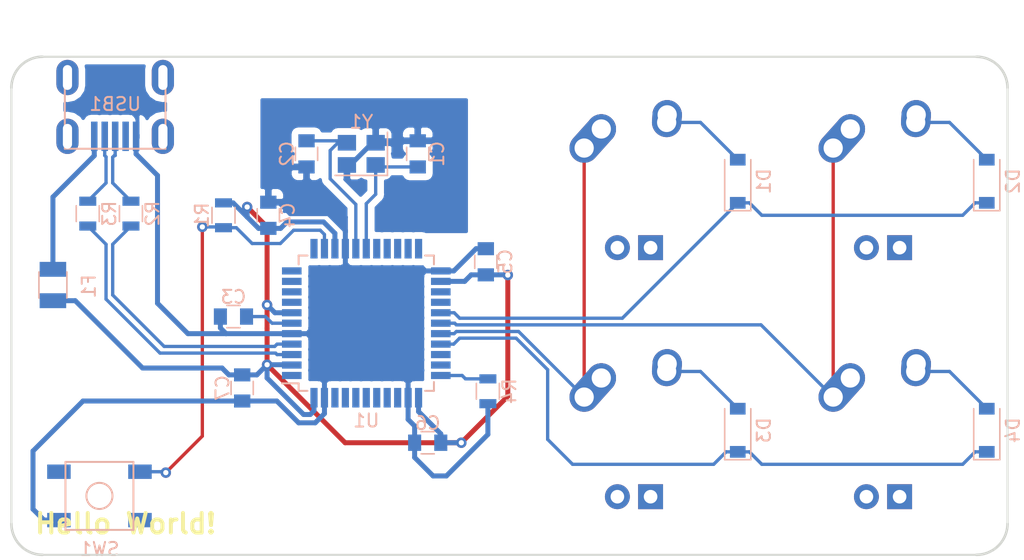
<source format=kicad_pcb>
(kicad_pcb (version 20171130) (host pcbnew "(5.0.0)")

  (general
    (thickness 1.6)
    (drawings 9)
    (tracks 210)
    (zones 0)
    (modules 24)
    (nets 52)
  )

  (page A4)
  (layers
    (0 F.Cu signal)
    (31 B.Cu signal)
    (32 B.Adhes user)
    (33 F.Adhes user)
    (34 B.Paste user)
    (35 F.Paste user)
    (36 B.SilkS user)
    (37 F.SilkS user)
    (38 B.Mask user)
    (39 F.Mask user)
    (40 Dwgs.User user)
    (41 Cmts.User user)
    (42 Eco1.User user)
    (43 Eco2.User user)
    (44 Edge.Cuts user)
    (45 Margin user)
    (46 B.CrtYd user)
    (47 F.CrtYd user)
    (48 B.Fab user)
    (49 F.Fab user)
  )

  (setup
    (last_trace_width 0.254)
    (trace_clearance 0.2)
    (zone_clearance 0.508)
    (zone_45_only no)
    (trace_min 0.2)
    (segment_width 0.2)
    (edge_width 0.15)
    (via_size 0.8)
    (via_drill 0.4)
    (via_min_size 0.4)
    (via_min_drill 0.3)
    (uvia_size 0.3)
    (uvia_drill 0.1)
    (uvias_allowed no)
    (uvia_min_size 0.2)
    (uvia_min_drill 0.1)
    (pcb_text_width 0.3)
    (pcb_text_size 1.5 1.5)
    (mod_edge_width 0.15)
    (mod_text_size 1 1)
    (mod_text_width 0.15)
    (pad_size 1.524 1.524)
    (pad_drill 0.762)
    (pad_to_mask_clearance 0.2)
    (aux_axis_origin 0 0)
    (visible_elements FFFFFF7F)
    (pcbplotparams
      (layerselection 0x010f0_ffffffff)
      (usegerberextensions true)
      (usegerberattributes false)
      (usegerberadvancedattributes false)
      (creategerberjobfile false)
      (excludeedgelayer true)
      (linewidth 0.100000)
      (plotframeref false)
      (viasonmask false)
      (mode 1)
      (useauxorigin false)
      (hpglpennumber 1)
      (hpglpenspeed 20)
      (hpglpendiameter 15.000000)
      (psnegative false)
      (psa4output false)
      (plotreference true)
      (plotvalue true)
      (plotinvisibletext false)
      (padsonsilk false)
      (subtractmaskfromsilk true)
      (outputformat 1)
      (mirror false)
      (drillshape 0)
      (scaleselection 1)
      (outputdirectory "Gerbers"))
  )

  (net 0 "")
  (net 1 "Net-(C1-Pad1)")
  (net 2 GND)
  (net 3 "Net-(C2-Pad1)")
  (net 4 "Net-(C3-Pad1)")
  (net 5 +5V)
  (net 6 ROW0)
  (net 7 "Net-(D1-Pad2)")
  (net 8 "Net-(D2-Pad2)")
  (net 9 ROW1)
  (net 10 "Net-(D3-Pad2)")
  (net 11 "Net-(D4-Pad2)")
  (net 12 VCC)
  (net 13 "Net-(MX1-Pad4)")
  (net 14 "Net-(MX1-Pad3)")
  (net 15 COL0)
  (net 16 COL1)
  (net 17 "Net-(MX2-Pad3)")
  (net 18 "Net-(MX2-Pad4)")
  (net 19 "Net-(MX3-Pad4)")
  (net 20 "Net-(MX3-Pad3)")
  (net 21 "Net-(MX4-Pad3)")
  (net 22 "Net-(MX4-Pad4)")
  (net 23 "Net-(R1-Pad2)")
  (net 24 "Net-(R2-Pad1)")
  (net 25 D+)
  (net 26 D-)
  (net 27 "Net-(R3-Pad1)")
  (net 28 "Net-(R4-Pad2)")
  (net 29 "Net-(U1-Pad42)")
  (net 30 "Net-(U1-Pad41)")
  (net 31 "Net-(U1-Pad40)")
  (net 32 "Net-(U1-Pad39)")
  (net 33 "Net-(U1-Pad38)")
  (net 34 "Net-(U1-Pad37)")
  (net 35 "Net-(U1-Pad36)")
  (net 36 "Net-(U1-Pad32)")
  (net 37 "Net-(U1-Pad31)")
  (net 38 "Net-(U1-Pad26)")
  (net 39 "Net-(U1-Pad25)")
  (net 40 "Net-(U1-Pad22)")
  (net 41 "Net-(U1-Pad21)")
  (net 42 "Net-(U1-Pad20)")
  (net 43 "Net-(U1-Pad19)")
  (net 44 "Net-(U1-Pad18)")
  (net 45 "Net-(U1-Pad12)")
  (net 46 "Net-(U1-Pad11)")
  (net 47 "Net-(U1-Pad10)")
  (net 48 "Net-(U1-Pad9)")
  (net 49 "Net-(U1-Pad8)")
  (net 50 "Net-(U1-Pad1)")
  (net 51 "Net-(USB1-Pad2)")

  (net_class Default "This is the default net class."
    (clearance 0.2)
    (trace_width 0.254)
    (via_dia 0.8)
    (via_drill 0.4)
    (uvia_dia 0.3)
    (uvia_drill 0.1)
    (add_net COL0)
    (add_net COL1)
    (add_net D+)
    (add_net D-)
    (add_net "Net-(C1-Pad1)")
    (add_net "Net-(C2-Pad1)")
    (add_net "Net-(C3-Pad1)")
    (add_net "Net-(D1-Pad2)")
    (add_net "Net-(D2-Pad2)")
    (add_net "Net-(D3-Pad2)")
    (add_net "Net-(D4-Pad2)")
    (add_net "Net-(MX1-Pad3)")
    (add_net "Net-(MX1-Pad4)")
    (add_net "Net-(MX2-Pad3)")
    (add_net "Net-(MX2-Pad4)")
    (add_net "Net-(MX3-Pad3)")
    (add_net "Net-(MX3-Pad4)")
    (add_net "Net-(MX4-Pad3)")
    (add_net "Net-(MX4-Pad4)")
    (add_net "Net-(R1-Pad2)")
    (add_net "Net-(R2-Pad1)")
    (add_net "Net-(R3-Pad1)")
    (add_net "Net-(R4-Pad2)")
    (add_net "Net-(U1-Pad1)")
    (add_net "Net-(U1-Pad10)")
    (add_net "Net-(U1-Pad11)")
    (add_net "Net-(U1-Pad12)")
    (add_net "Net-(U1-Pad18)")
    (add_net "Net-(U1-Pad19)")
    (add_net "Net-(U1-Pad20)")
    (add_net "Net-(U1-Pad21)")
    (add_net "Net-(U1-Pad22)")
    (add_net "Net-(U1-Pad25)")
    (add_net "Net-(U1-Pad26)")
    (add_net "Net-(U1-Pad31)")
    (add_net "Net-(U1-Pad32)")
    (add_net "Net-(U1-Pad36)")
    (add_net "Net-(U1-Pad37)")
    (add_net "Net-(U1-Pad38)")
    (add_net "Net-(U1-Pad39)")
    (add_net "Net-(U1-Pad40)")
    (add_net "Net-(U1-Pad41)")
    (add_net "Net-(U1-Pad42)")
    (add_net "Net-(U1-Pad8)")
    (add_net "Net-(U1-Pad9)")
    (add_net "Net-(USB1-Pad2)")
    (add_net ROW0)
    (add_net ROW1)
  )

  (net_class Power ""
    (clearance 0.2)
    (trace_width 0.381)
    (via_dia 0.8)
    (via_drill 0.4)
    (uvia_dia 0.3)
    (uvia_drill 0.1)
    (add_net +5V)
    (add_net GND)
    (add_net VCC)
  )

  (module Capacitors_SMD:C_0805 (layer B.Cu) (tedit 58AA8463) (tstamp 5C346F4D)
    (at 62.83325 69.342 90)
    (descr "Capacitor SMD 0805, reflow soldering, AVX (see smccp.pdf)")
    (tags "capacitor 0805")
    (path /5C341D22)
    (attr smd)
    (fp_text reference C1 (at 0 1.5 90) (layer B.SilkS)
      (effects (font (size 1 1) (thickness 0.15)) (justify mirror))
    )
    (fp_text value 22pF (at 0 -1.75 90) (layer B.Fab)
      (effects (font (size 1 1) (thickness 0.15)) (justify mirror))
    )
    (fp_text user %R (at 0 1.5 90) (layer B.Fab)
      (effects (font (size 1 1) (thickness 0.15)) (justify mirror))
    )
    (fp_line (start -1 -0.62) (end -1 0.62) (layer B.Fab) (width 0.1))
    (fp_line (start 1 -0.62) (end -1 -0.62) (layer B.Fab) (width 0.1))
    (fp_line (start 1 0.62) (end 1 -0.62) (layer B.Fab) (width 0.1))
    (fp_line (start -1 0.62) (end 1 0.62) (layer B.Fab) (width 0.1))
    (fp_line (start 0.5 0.85) (end -0.5 0.85) (layer B.SilkS) (width 0.12))
    (fp_line (start -0.5 -0.85) (end 0.5 -0.85) (layer B.SilkS) (width 0.12))
    (fp_line (start -1.75 0.88) (end 1.75 0.88) (layer B.CrtYd) (width 0.05))
    (fp_line (start -1.75 0.88) (end -1.75 -0.87) (layer B.CrtYd) (width 0.05))
    (fp_line (start 1.75 -0.87) (end 1.75 0.88) (layer B.CrtYd) (width 0.05))
    (fp_line (start 1.75 -0.87) (end -1.75 -0.87) (layer B.CrtYd) (width 0.05))
    (pad 1 smd rect (at -1 0 90) (size 1 1.25) (layers B.Cu B.Paste B.Mask)
      (net 1 "Net-(C1-Pad1)"))
    (pad 2 smd rect (at 1 0 90) (size 1 1.25) (layers B.Cu B.Paste B.Mask)
      (net 2 GND))
    (model Capacitors_SMD.3dshapes/C_0805.wrl
      (at (xyz 0 0 0))
      (scale (xyz 1 1 1))
      (rotate (xyz 0 0 0))
    )
  )

  (module Capacitors_SMD:C_0805 (layer B.Cu) (tedit 58AA8463) (tstamp 5C346FAD)
    (at 54.32425 69.342 270)
    (descr "Capacitor SMD 0805, reflow soldering, AVX (see smccp.pdf)")
    (tags "capacitor 0805")
    (path /5C341D98)
    (attr smd)
    (fp_text reference C2 (at 0 1.5 270) (layer B.SilkS)
      (effects (font (size 1 1) (thickness 0.15)) (justify mirror))
    )
    (fp_text value 22pF (at 0 -1.75 270) (layer B.Fab)
      (effects (font (size 1 1) (thickness 0.15)) (justify mirror))
    )
    (fp_line (start 1.75 -0.87) (end -1.75 -0.87) (layer B.CrtYd) (width 0.05))
    (fp_line (start 1.75 -0.87) (end 1.75 0.88) (layer B.CrtYd) (width 0.05))
    (fp_line (start -1.75 0.88) (end -1.75 -0.87) (layer B.CrtYd) (width 0.05))
    (fp_line (start -1.75 0.88) (end 1.75 0.88) (layer B.CrtYd) (width 0.05))
    (fp_line (start -0.5 -0.85) (end 0.5 -0.85) (layer B.SilkS) (width 0.12))
    (fp_line (start 0.5 0.85) (end -0.5 0.85) (layer B.SilkS) (width 0.12))
    (fp_line (start -1 0.62) (end 1 0.62) (layer B.Fab) (width 0.1))
    (fp_line (start 1 0.62) (end 1 -0.62) (layer B.Fab) (width 0.1))
    (fp_line (start 1 -0.62) (end -1 -0.62) (layer B.Fab) (width 0.1))
    (fp_line (start -1 -0.62) (end -1 0.62) (layer B.Fab) (width 0.1))
    (fp_text user %R (at 0 1.5 270) (layer B.Fab)
      (effects (font (size 1 1) (thickness 0.15)) (justify mirror))
    )
    (pad 2 smd rect (at 1 0 270) (size 1 1.25) (layers B.Cu B.Paste B.Mask)
      (net 2 GND))
    (pad 1 smd rect (at -1 0 270) (size 1 1.25) (layers B.Cu B.Paste B.Mask)
      (net 3 "Net-(C2-Pad1)"))
    (model Capacitors_SMD.3dshapes/C_0805.wrl
      (at (xyz 0 0 0))
      (scale (xyz 1 1 1))
      (rotate (xyz 0 0 0))
    )
  )

  (module Capacitors_SMD:C_0805 (layer B.Cu) (tedit 58AA8463) (tstamp 5C346F7D)
    (at 48.73625 81.788 180)
    (descr "Capacitor SMD 0805, reflow soldering, AVX (see smccp.pdf)")
    (tags "capacitor 0805")
    (path /5C33FC0C)
    (attr smd)
    (fp_text reference C3 (at 0 1.5 180) (layer B.SilkS)
      (effects (font (size 1 1) (thickness 0.15)) (justify mirror))
    )
    (fp_text value 1uF (at 0 -1.75 180) (layer B.Fab)
      (effects (font (size 1 1) (thickness 0.15)) (justify mirror))
    )
    (fp_line (start 1.75 -0.87) (end -1.75 -0.87) (layer B.CrtYd) (width 0.05))
    (fp_line (start 1.75 -0.87) (end 1.75 0.88) (layer B.CrtYd) (width 0.05))
    (fp_line (start -1.75 0.88) (end -1.75 -0.87) (layer B.CrtYd) (width 0.05))
    (fp_line (start -1.75 0.88) (end 1.75 0.88) (layer B.CrtYd) (width 0.05))
    (fp_line (start -0.5 -0.85) (end 0.5 -0.85) (layer B.SilkS) (width 0.12))
    (fp_line (start 0.5 0.85) (end -0.5 0.85) (layer B.SilkS) (width 0.12))
    (fp_line (start -1 0.62) (end 1 0.62) (layer B.Fab) (width 0.1))
    (fp_line (start 1 0.62) (end 1 -0.62) (layer B.Fab) (width 0.1))
    (fp_line (start 1 -0.62) (end -1 -0.62) (layer B.Fab) (width 0.1))
    (fp_line (start -1 -0.62) (end -1 0.62) (layer B.Fab) (width 0.1))
    (fp_text user %R (at 0 1.5 180) (layer B.Fab)
      (effects (font (size 1 1) (thickness 0.15)) (justify mirror))
    )
    (pad 2 smd rect (at 1 0 180) (size 1 1.25) (layers B.Cu B.Paste B.Mask)
      (net 2 GND))
    (pad 1 smd rect (at -1 0 180) (size 1 1.25) (layers B.Cu B.Paste B.Mask)
      (net 4 "Net-(C3-Pad1)"))
    (model Capacitors_SMD.3dshapes/C_0805.wrl
      (at (xyz 0 0 0))
      (scale (xyz 1 1 1))
      (rotate (xyz 0 0 0))
    )
  )

  (module Capacitors_SMD:C_0805 (layer B.Cu) (tedit 58AA8463) (tstamp 5C346E84)
    (at 51.40325 74.041 90)
    (descr "Capacitor SMD 0805, reflow soldering, AVX (see smccp.pdf)")
    (tags "capacitor 0805")
    (path /5C3401A2)
    (attr smd)
    (fp_text reference C4 (at 0 1.5 90) (layer B.SilkS)
      (effects (font (size 1 1) (thickness 0.15)) (justify mirror))
    )
    (fp_text value 0.1uF (at 0 -1.75 90) (layer B.Fab)
      (effects (font (size 1 1) (thickness 0.15)) (justify mirror))
    )
    (fp_line (start 1.75 -0.87) (end -1.75 -0.87) (layer B.CrtYd) (width 0.05))
    (fp_line (start 1.75 -0.87) (end 1.75 0.88) (layer B.CrtYd) (width 0.05))
    (fp_line (start -1.75 0.88) (end -1.75 -0.87) (layer B.CrtYd) (width 0.05))
    (fp_line (start -1.75 0.88) (end 1.75 0.88) (layer B.CrtYd) (width 0.05))
    (fp_line (start -0.5 -0.85) (end 0.5 -0.85) (layer B.SilkS) (width 0.12))
    (fp_line (start 0.5 0.85) (end -0.5 0.85) (layer B.SilkS) (width 0.12))
    (fp_line (start -1 0.62) (end 1 0.62) (layer B.Fab) (width 0.1))
    (fp_line (start 1 0.62) (end 1 -0.62) (layer B.Fab) (width 0.1))
    (fp_line (start 1 -0.62) (end -1 -0.62) (layer B.Fab) (width 0.1))
    (fp_line (start -1 -0.62) (end -1 0.62) (layer B.Fab) (width 0.1))
    (fp_text user %R (at 0 1.5 90) (layer B.Fab)
      (effects (font (size 1 1) (thickness 0.15)) (justify mirror))
    )
    (pad 2 smd rect (at 1 0 90) (size 1 1.25) (layers B.Cu B.Paste B.Mask)
      (net 2 GND))
    (pad 1 smd rect (at -1 0 90) (size 1 1.25) (layers B.Cu B.Paste B.Mask)
      (net 5 +5V))
    (model Capacitors_SMD.3dshapes/C_0805.wrl
      (at (xyz 0 0 0))
      (scale (xyz 1 1 1))
      (rotate (xyz 0 0 0))
    )
  )

  (module Capacitors_SMD:C_0805 (layer B.Cu) (tedit 58AA8463) (tstamp 5C346D8E)
    (at 68.04025 77.597 90)
    (descr "Capacitor SMD 0805, reflow soldering, AVX (see smccp.pdf)")
    (tags "capacitor 0805")
    (path /5C340030)
    (attr smd)
    (fp_text reference C5 (at 0 1.5 90) (layer B.SilkS)
      (effects (font (size 1 1) (thickness 0.15)) (justify mirror))
    )
    (fp_text value 0.1uF (at 0 -1.75 90) (layer B.Fab)
      (effects (font (size 1 1) (thickness 0.15)) (justify mirror))
    )
    (fp_text user %R (at 0 1.5 90) (layer B.Fab)
      (effects (font (size 1 1) (thickness 0.15)) (justify mirror))
    )
    (fp_line (start -1 -0.62) (end -1 0.62) (layer B.Fab) (width 0.1))
    (fp_line (start 1 -0.62) (end -1 -0.62) (layer B.Fab) (width 0.1))
    (fp_line (start 1 0.62) (end 1 -0.62) (layer B.Fab) (width 0.1))
    (fp_line (start -1 0.62) (end 1 0.62) (layer B.Fab) (width 0.1))
    (fp_line (start 0.5 0.85) (end -0.5 0.85) (layer B.SilkS) (width 0.12))
    (fp_line (start -0.5 -0.85) (end 0.5 -0.85) (layer B.SilkS) (width 0.12))
    (fp_line (start -1.75 0.88) (end 1.75 0.88) (layer B.CrtYd) (width 0.05))
    (fp_line (start -1.75 0.88) (end -1.75 -0.87) (layer B.CrtYd) (width 0.05))
    (fp_line (start 1.75 -0.87) (end 1.75 0.88) (layer B.CrtYd) (width 0.05))
    (fp_line (start 1.75 -0.87) (end -1.75 -0.87) (layer B.CrtYd) (width 0.05))
    (pad 1 smd rect (at -1 0 90) (size 1 1.25) (layers B.Cu B.Paste B.Mask)
      (net 5 +5V))
    (pad 2 smd rect (at 1 0 90) (size 1 1.25) (layers B.Cu B.Paste B.Mask)
      (net 2 GND))
    (model Capacitors_SMD.3dshapes/C_0805.wrl
      (at (xyz 0 0 0))
      (scale (xyz 1 1 1))
      (rotate (xyz 0 0 0))
    )
  )

  (module Capacitors_SMD:C_0805 (layer B.Cu) (tedit 58AA8463) (tstamp 5C346EED)
    (at 63.59525 91.44 180)
    (descr "Capacitor SMD 0805, reflow soldering, AVX (see smccp.pdf)")
    (tags "capacitor 0805")
    (path /5C340116)
    (attr smd)
    (fp_text reference C6 (at 0 1.5 180) (layer B.SilkS)
      (effects (font (size 1 1) (thickness 0.15)) (justify mirror))
    )
    (fp_text value 0.1uF (at 0 -1.75 180) (layer B.Fab)
      (effects (font (size 1 1) (thickness 0.15)) (justify mirror))
    )
    (fp_line (start 1.75 -0.87) (end -1.75 -0.87) (layer B.CrtYd) (width 0.05))
    (fp_line (start 1.75 -0.87) (end 1.75 0.88) (layer B.CrtYd) (width 0.05))
    (fp_line (start -1.75 0.88) (end -1.75 -0.87) (layer B.CrtYd) (width 0.05))
    (fp_line (start -1.75 0.88) (end 1.75 0.88) (layer B.CrtYd) (width 0.05))
    (fp_line (start -0.5 -0.85) (end 0.5 -0.85) (layer B.SilkS) (width 0.12))
    (fp_line (start 0.5 0.85) (end -0.5 0.85) (layer B.SilkS) (width 0.12))
    (fp_line (start -1 0.62) (end 1 0.62) (layer B.Fab) (width 0.1))
    (fp_line (start 1 0.62) (end 1 -0.62) (layer B.Fab) (width 0.1))
    (fp_line (start 1 -0.62) (end -1 -0.62) (layer B.Fab) (width 0.1))
    (fp_line (start -1 -0.62) (end -1 0.62) (layer B.Fab) (width 0.1))
    (fp_text user %R (at 0 1.5 180) (layer B.Fab)
      (effects (font (size 1 1) (thickness 0.15)) (justify mirror))
    )
    (pad 2 smd rect (at 1 0 180) (size 1 1.25) (layers B.Cu B.Paste B.Mask)
      (net 2 GND))
    (pad 1 smd rect (at -1 0 180) (size 1 1.25) (layers B.Cu B.Paste B.Mask)
      (net 5 +5V))
    (model Capacitors_SMD.3dshapes/C_0805.wrl
      (at (xyz 0 0 0))
      (scale (xyz 1 1 1))
      (rotate (xyz 0 0 0))
    )
  )

  (module Capacitors_SMD:C_0805 (layer B.Cu) (tedit 58AA8463) (tstamp 5C346D5E)
    (at 49.403 87.249 270)
    (descr "Capacitor SMD 0805, reflow soldering, AVX (see smccp.pdf)")
    (tags "capacitor 0805")
    (path /5C340158)
    (attr smd)
    (fp_text reference C7 (at 0 1.5 270) (layer B.SilkS)
      (effects (font (size 1 1) (thickness 0.15)) (justify mirror))
    )
    (fp_text value 10uF (at 0 -1.75 270) (layer B.Fab)
      (effects (font (size 1 1) (thickness 0.15)) (justify mirror))
    )
    (fp_text user %R (at 0 1.5 270) (layer B.Fab)
      (effects (font (size 1 1) (thickness 0.15)) (justify mirror))
    )
    (fp_line (start -1 -0.62) (end -1 0.62) (layer B.Fab) (width 0.1))
    (fp_line (start 1 -0.62) (end -1 -0.62) (layer B.Fab) (width 0.1))
    (fp_line (start 1 0.62) (end 1 -0.62) (layer B.Fab) (width 0.1))
    (fp_line (start -1 0.62) (end 1 0.62) (layer B.Fab) (width 0.1))
    (fp_line (start 0.5 0.85) (end -0.5 0.85) (layer B.SilkS) (width 0.12))
    (fp_line (start -0.5 -0.85) (end 0.5 -0.85) (layer B.SilkS) (width 0.12))
    (fp_line (start -1.75 0.88) (end 1.75 0.88) (layer B.CrtYd) (width 0.05))
    (fp_line (start -1.75 0.88) (end -1.75 -0.87) (layer B.CrtYd) (width 0.05))
    (fp_line (start 1.75 -0.87) (end 1.75 0.88) (layer B.CrtYd) (width 0.05))
    (fp_line (start 1.75 -0.87) (end -1.75 -0.87) (layer B.CrtYd) (width 0.05))
    (pad 1 smd rect (at -1 0 270) (size 1 1.25) (layers B.Cu B.Paste B.Mask)
      (net 5 +5V))
    (pad 2 smd rect (at 1 0 270) (size 1 1.25) (layers B.Cu B.Paste B.Mask)
      (net 2 GND))
    (model Capacitors_SMD.3dshapes/C_0805.wrl
      (at (xyz 0 0 0))
      (scale (xyz 1 1 1))
      (rotate (xyz 0 0 0))
    )
  )

  (module Diodes_SMD:D_SOD-123 (layer B.Cu) (tedit 58645DC7) (tstamp 5C3453CA)
    (at 87.3125 71.4375 90)
    (descr SOD-123)
    (tags SOD-123)
    (path /5C34B4DF)
    (attr smd)
    (fp_text reference D1 (at 0 2 90) (layer B.SilkS)
      (effects (font (size 1 1) (thickness 0.15)) (justify mirror))
    )
    (fp_text value SOD-123 (at 0 -2.1 90) (layer B.Fab)
      (effects (font (size 1 1) (thickness 0.15)) (justify mirror))
    )
    (fp_text user %R (at 0 2 90) (layer B.Fab)
      (effects (font (size 1 1) (thickness 0.15)) (justify mirror))
    )
    (fp_line (start -2.25 1) (end -2.25 -1) (layer B.SilkS) (width 0.12))
    (fp_line (start 0.25 0) (end 0.75 0) (layer B.Fab) (width 0.1))
    (fp_line (start 0.25 -0.4) (end -0.35 0) (layer B.Fab) (width 0.1))
    (fp_line (start 0.25 0.4) (end 0.25 -0.4) (layer B.Fab) (width 0.1))
    (fp_line (start -0.35 0) (end 0.25 0.4) (layer B.Fab) (width 0.1))
    (fp_line (start -0.35 0) (end -0.35 -0.55) (layer B.Fab) (width 0.1))
    (fp_line (start -0.35 0) (end -0.35 0.55) (layer B.Fab) (width 0.1))
    (fp_line (start -0.75 0) (end -0.35 0) (layer B.Fab) (width 0.1))
    (fp_line (start -1.4 -0.9) (end -1.4 0.9) (layer B.Fab) (width 0.1))
    (fp_line (start 1.4 -0.9) (end -1.4 -0.9) (layer B.Fab) (width 0.1))
    (fp_line (start 1.4 0.9) (end 1.4 -0.9) (layer B.Fab) (width 0.1))
    (fp_line (start -1.4 0.9) (end 1.4 0.9) (layer B.Fab) (width 0.1))
    (fp_line (start -2.35 1.15) (end 2.35 1.15) (layer B.CrtYd) (width 0.05))
    (fp_line (start 2.35 1.15) (end 2.35 -1.15) (layer B.CrtYd) (width 0.05))
    (fp_line (start 2.35 -1.15) (end -2.35 -1.15) (layer B.CrtYd) (width 0.05))
    (fp_line (start -2.35 1.15) (end -2.35 -1.15) (layer B.CrtYd) (width 0.05))
    (fp_line (start -2.25 -1) (end 1.65 -1) (layer B.SilkS) (width 0.12))
    (fp_line (start -2.25 1) (end 1.65 1) (layer B.SilkS) (width 0.12))
    (pad 1 smd rect (at -1.65 0 90) (size 0.9 1.2) (layers B.Cu B.Paste B.Mask)
      (net 6 ROW0))
    (pad 2 smd rect (at 1.65 0 90) (size 0.9 1.2) (layers B.Cu B.Paste B.Mask)
      (net 7 "Net-(D1-Pad2)"))
    (model ${KISYS3DMOD}/Diodes_SMD.3dshapes/D_SOD-123.wrl
      (at (xyz 0 0 0))
      (scale (xyz 1 1 1))
      (rotate (xyz 0 0 0))
    )
  )

  (module Diodes_SMD:D_SOD-123 (layer B.Cu) (tedit 58645DC7) (tstamp 5C3453E3)
    (at 106.3625 71.4375 90)
    (descr SOD-123)
    (tags SOD-123)
    (path /5C34C4A3)
    (attr smd)
    (fp_text reference D2 (at 0 2 90) (layer B.SilkS)
      (effects (font (size 1 1) (thickness 0.15)) (justify mirror))
    )
    (fp_text value SOD-123 (at 0 -2.1 90) (layer B.Fab)
      (effects (font (size 1 1) (thickness 0.15)) (justify mirror))
    )
    (fp_line (start -2.25 1) (end 1.65 1) (layer B.SilkS) (width 0.12))
    (fp_line (start -2.25 -1) (end 1.65 -1) (layer B.SilkS) (width 0.12))
    (fp_line (start -2.35 1.15) (end -2.35 -1.15) (layer B.CrtYd) (width 0.05))
    (fp_line (start 2.35 -1.15) (end -2.35 -1.15) (layer B.CrtYd) (width 0.05))
    (fp_line (start 2.35 1.15) (end 2.35 -1.15) (layer B.CrtYd) (width 0.05))
    (fp_line (start -2.35 1.15) (end 2.35 1.15) (layer B.CrtYd) (width 0.05))
    (fp_line (start -1.4 0.9) (end 1.4 0.9) (layer B.Fab) (width 0.1))
    (fp_line (start 1.4 0.9) (end 1.4 -0.9) (layer B.Fab) (width 0.1))
    (fp_line (start 1.4 -0.9) (end -1.4 -0.9) (layer B.Fab) (width 0.1))
    (fp_line (start -1.4 -0.9) (end -1.4 0.9) (layer B.Fab) (width 0.1))
    (fp_line (start -0.75 0) (end -0.35 0) (layer B.Fab) (width 0.1))
    (fp_line (start -0.35 0) (end -0.35 0.55) (layer B.Fab) (width 0.1))
    (fp_line (start -0.35 0) (end -0.35 -0.55) (layer B.Fab) (width 0.1))
    (fp_line (start -0.35 0) (end 0.25 0.4) (layer B.Fab) (width 0.1))
    (fp_line (start 0.25 0.4) (end 0.25 -0.4) (layer B.Fab) (width 0.1))
    (fp_line (start 0.25 -0.4) (end -0.35 0) (layer B.Fab) (width 0.1))
    (fp_line (start 0.25 0) (end 0.75 0) (layer B.Fab) (width 0.1))
    (fp_line (start -2.25 1) (end -2.25 -1) (layer B.SilkS) (width 0.12))
    (fp_text user %R (at 0 2 90) (layer B.Fab)
      (effects (font (size 1 1) (thickness 0.15)) (justify mirror))
    )
    (pad 2 smd rect (at 1.65 0 90) (size 0.9 1.2) (layers B.Cu B.Paste B.Mask)
      (net 8 "Net-(D2-Pad2)"))
    (pad 1 smd rect (at -1.65 0 90) (size 0.9 1.2) (layers B.Cu B.Paste B.Mask)
      (net 6 ROW0))
    (model ${KISYS3DMOD}/Diodes_SMD.3dshapes/D_SOD-123.wrl
      (at (xyz 0 0 0))
      (scale (xyz 1 1 1))
      (rotate (xyz 0 0 0))
    )
  )

  (module Diodes_SMD:D_SOD-123 (layer B.Cu) (tedit 58645DC7) (tstamp 5C3453FC)
    (at 87.3125 90.4875 90)
    (descr SOD-123)
    (tags SOD-123)
    (path /5C34D1FF)
    (attr smd)
    (fp_text reference D3 (at 0 2 90) (layer B.SilkS)
      (effects (font (size 1 1) (thickness 0.15)) (justify mirror))
    )
    (fp_text value SOD-123 (at 0 -2.1 90) (layer B.Fab)
      (effects (font (size 1 1) (thickness 0.15)) (justify mirror))
    )
    (fp_text user %R (at 0 2 90) (layer B.Fab)
      (effects (font (size 1 1) (thickness 0.15)) (justify mirror))
    )
    (fp_line (start -2.25 1) (end -2.25 -1) (layer B.SilkS) (width 0.12))
    (fp_line (start 0.25 0) (end 0.75 0) (layer B.Fab) (width 0.1))
    (fp_line (start 0.25 -0.4) (end -0.35 0) (layer B.Fab) (width 0.1))
    (fp_line (start 0.25 0.4) (end 0.25 -0.4) (layer B.Fab) (width 0.1))
    (fp_line (start -0.35 0) (end 0.25 0.4) (layer B.Fab) (width 0.1))
    (fp_line (start -0.35 0) (end -0.35 -0.55) (layer B.Fab) (width 0.1))
    (fp_line (start -0.35 0) (end -0.35 0.55) (layer B.Fab) (width 0.1))
    (fp_line (start -0.75 0) (end -0.35 0) (layer B.Fab) (width 0.1))
    (fp_line (start -1.4 -0.9) (end -1.4 0.9) (layer B.Fab) (width 0.1))
    (fp_line (start 1.4 -0.9) (end -1.4 -0.9) (layer B.Fab) (width 0.1))
    (fp_line (start 1.4 0.9) (end 1.4 -0.9) (layer B.Fab) (width 0.1))
    (fp_line (start -1.4 0.9) (end 1.4 0.9) (layer B.Fab) (width 0.1))
    (fp_line (start -2.35 1.15) (end 2.35 1.15) (layer B.CrtYd) (width 0.05))
    (fp_line (start 2.35 1.15) (end 2.35 -1.15) (layer B.CrtYd) (width 0.05))
    (fp_line (start 2.35 -1.15) (end -2.35 -1.15) (layer B.CrtYd) (width 0.05))
    (fp_line (start -2.35 1.15) (end -2.35 -1.15) (layer B.CrtYd) (width 0.05))
    (fp_line (start -2.25 -1) (end 1.65 -1) (layer B.SilkS) (width 0.12))
    (fp_line (start -2.25 1) (end 1.65 1) (layer B.SilkS) (width 0.12))
    (pad 1 smd rect (at -1.65 0 90) (size 0.9 1.2) (layers B.Cu B.Paste B.Mask)
      (net 9 ROW1))
    (pad 2 smd rect (at 1.65 0 90) (size 0.9 1.2) (layers B.Cu B.Paste B.Mask)
      (net 10 "Net-(D3-Pad2)"))
    (model ${KISYS3DMOD}/Diodes_SMD.3dshapes/D_SOD-123.wrl
      (at (xyz 0 0 0))
      (scale (xyz 1 1 1))
      (rotate (xyz 0 0 0))
    )
  )

  (module Diodes_SMD:D_SOD-123 (layer B.Cu) (tedit 58645DC7) (tstamp 5C345415)
    (at 106.3625 90.4875 90)
    (descr SOD-123)
    (tags SOD-123)
    (path /5C34D20E)
    (attr smd)
    (fp_text reference D4 (at 0 2 90) (layer B.SilkS)
      (effects (font (size 1 1) (thickness 0.15)) (justify mirror))
    )
    (fp_text value SOD-123 (at 0 -2.1 90) (layer B.Fab)
      (effects (font (size 1 1) (thickness 0.15)) (justify mirror))
    )
    (fp_line (start -2.25 1) (end 1.65 1) (layer B.SilkS) (width 0.12))
    (fp_line (start -2.25 -1) (end 1.65 -1) (layer B.SilkS) (width 0.12))
    (fp_line (start -2.35 1.15) (end -2.35 -1.15) (layer B.CrtYd) (width 0.05))
    (fp_line (start 2.35 -1.15) (end -2.35 -1.15) (layer B.CrtYd) (width 0.05))
    (fp_line (start 2.35 1.15) (end 2.35 -1.15) (layer B.CrtYd) (width 0.05))
    (fp_line (start -2.35 1.15) (end 2.35 1.15) (layer B.CrtYd) (width 0.05))
    (fp_line (start -1.4 0.9) (end 1.4 0.9) (layer B.Fab) (width 0.1))
    (fp_line (start 1.4 0.9) (end 1.4 -0.9) (layer B.Fab) (width 0.1))
    (fp_line (start 1.4 -0.9) (end -1.4 -0.9) (layer B.Fab) (width 0.1))
    (fp_line (start -1.4 -0.9) (end -1.4 0.9) (layer B.Fab) (width 0.1))
    (fp_line (start -0.75 0) (end -0.35 0) (layer B.Fab) (width 0.1))
    (fp_line (start -0.35 0) (end -0.35 0.55) (layer B.Fab) (width 0.1))
    (fp_line (start -0.35 0) (end -0.35 -0.55) (layer B.Fab) (width 0.1))
    (fp_line (start -0.35 0) (end 0.25 0.4) (layer B.Fab) (width 0.1))
    (fp_line (start 0.25 0.4) (end 0.25 -0.4) (layer B.Fab) (width 0.1))
    (fp_line (start 0.25 -0.4) (end -0.35 0) (layer B.Fab) (width 0.1))
    (fp_line (start 0.25 0) (end 0.75 0) (layer B.Fab) (width 0.1))
    (fp_line (start -2.25 1) (end -2.25 -1) (layer B.SilkS) (width 0.12))
    (fp_text user %R (at 0 2 90) (layer B.Fab)
      (effects (font (size 1 1) (thickness 0.15)) (justify mirror))
    )
    (pad 2 smd rect (at 1.65 0 90) (size 0.9 1.2) (layers B.Cu B.Paste B.Mask)
      (net 11 "Net-(D4-Pad2)"))
    (pad 1 smd rect (at -1.65 0 90) (size 0.9 1.2) (layers B.Cu B.Paste B.Mask)
      (net 9 ROW1))
    (model ${KISYS3DMOD}/Diodes_SMD.3dshapes/D_SOD-123.wrl
      (at (xyz 0 0 0))
      (scale (xyz 1 1 1))
      (rotate (xyz 0 0 0))
    )
  )

  (module Fuse_Holders_and_Fuses:Fuse_SMD1206_Reflow (layer B.Cu) (tedit 0) (tstamp 5C345425)
    (at 34.925 79.375 90)
    (descr "Fuse, Sicherung, SMD1206, Littlefuse-Wickmann, Reflow,")
    (tags "Fuse Sicherung SMD1206 Littlefuse-Wickmann Reflow ")
    (path /5C348279)
    (attr smd)
    (fp_text reference F1 (at -0.1 2.75 90) (layer B.SilkS)
      (effects (font (size 1 1) (thickness 0.15)) (justify mirror))
    )
    (fp_text value 500mA (at -0.45 -3.2 90) (layer B.Fab)
      (effects (font (size 1 1) (thickness 0.15)) (justify mirror))
    )
    (fp_line (start 2.47 -1.05) (end -2.47 -1.05) (layer B.CrtYd) (width 0.05))
    (fp_line (start 2.47 -1.05) (end 2.47 1.05) (layer B.CrtYd) (width 0.05))
    (fp_line (start -2.47 1.05) (end -2.47 -1.05) (layer B.CrtYd) (width 0.05))
    (fp_line (start -2.47 1.05) (end 2.47 1.05) (layer B.CrtYd) (width 0.05))
    (fp_line (start -1 1.07) (end 1 1.07) (layer B.SilkS) (width 0.12))
    (fp_line (start 1 -1.07) (end -1 -1.07) (layer B.SilkS) (width 0.12))
    (fp_line (start -1.6 0.8) (end 1.6 0.8) (layer B.Fab) (width 0.1))
    (fp_line (start 1.6 0.8) (end 1.6 -0.8) (layer B.Fab) (width 0.1))
    (fp_line (start 1.6 -0.8) (end -1.6 -0.8) (layer B.Fab) (width 0.1))
    (fp_line (start -1.6 -0.8) (end -1.6 0.8) (layer B.Fab) (width 0.1))
    (pad 2 smd rect (at 1.2 0) (size 2.03 1.14) (layers B.Cu B.Paste B.Mask)
      (net 12 VCC))
    (pad 1 smd rect (at -1.2 0) (size 2.03 1.14) (layers B.Cu B.Paste B.Mask)
      (net 5 +5V))
  )

  (module MX_Alps_Hybrid:MX-1U (layer F.Cu) (tedit 5A9F3A9A) (tstamp 5C34543E)
    (at 79.375 71.4375)
    (path /5C34B436)
    (fp_text reference MX1 (at 0 3.175) (layer Dwgs.User)
      (effects (font (size 1 1) (thickness 0.15)))
    )
    (fp_text value MX-1U (at 0 -7.9375) (layer Dwgs.User)
      (effects (font (size 1 1) (thickness 0.15)))
    )
    (fp_line (start -9.525 9.525) (end -9.525 -9.525) (layer Dwgs.User) (width 0.15))
    (fp_line (start 9.525 9.525) (end -9.525 9.525) (layer Dwgs.User) (width 0.15))
    (fp_line (start 9.525 -9.525) (end 9.525 9.525) (layer Dwgs.User) (width 0.15))
    (fp_line (start -9.525 -9.525) (end 9.525 -9.525) (layer Dwgs.User) (width 0.15))
    (fp_line (start -7 -7) (end -7 -5) (layer Dwgs.User) (width 0.15))
    (fp_line (start -5 -7) (end -7 -7) (layer Dwgs.User) (width 0.15))
    (fp_line (start -7 7) (end -5 7) (layer Dwgs.User) (width 0.15))
    (fp_line (start -7 5) (end -7 7) (layer Dwgs.User) (width 0.15))
    (fp_line (start 7 7) (end 7 5) (layer Dwgs.User) (width 0.15))
    (fp_line (start 5 7) (end 7 7) (layer Dwgs.User) (width 0.15))
    (fp_line (start 7 -7) (end 7 -5) (layer Dwgs.User) (width 0.15))
    (fp_line (start 5 -7) (end 7 -7) (layer Dwgs.User) (width 0.15))
    (pad "" np_thru_hole circle (at 5.08 0 48.0996) (size 1.75 1.75) (drill 1.75) (layers *.Cu *.Mask))
    (pad "" np_thru_hole circle (at -5.08 0 48.0996) (size 1.75 1.75) (drill 1.75) (layers *.Cu *.Mask))
    (pad 4 thru_hole rect (at 1.27 5.08) (size 1.905 1.905) (drill 1.04) (layers *.Cu B.Mask)
      (net 13 "Net-(MX1-Pad4)"))
    (pad 3 thru_hole circle (at -1.27 5.08) (size 1.905 1.905) (drill 1.04) (layers *.Cu B.Mask)
      (net 14 "Net-(MX1-Pad3)"))
    (pad 1 thru_hole circle (at -2.5 -4) (size 2.25 2.25) (drill 1.47) (layers *.Cu B.Mask)
      (net 15 COL0))
    (pad "" np_thru_hole circle (at 0 0) (size 3.9878 3.9878) (drill 3.9878) (layers *.Cu *.Mask))
    (pad 1 thru_hole oval (at -3.81 -2.54 48.0996) (size 4.211556 2.25) (drill 1.47 (offset 0.980778 0)) (layers *.Cu B.Mask)
      (net 15 COL0))
    (pad 2 thru_hole circle (at 2.54 -5.08) (size 2.25 2.25) (drill 1.47) (layers *.Cu B.Mask)
      (net 7 "Net-(D1-Pad2)"))
    (pad 2 thru_hole oval (at 2.5 -4.5 86.0548) (size 2.831378 2.25) (drill 1.47 (offset 0.290689 0)) (layers *.Cu B.Mask)
      (net 7 "Net-(D1-Pad2)"))
  )

  (module MX_Alps_Hybrid:MX-1U (layer F.Cu) (tedit 5A9F3A9A) (tstamp 5C345457)
    (at 98.425 71.4375)
    (path /5C34C49C)
    (fp_text reference MX2 (at 0 3.175) (layer Dwgs.User)
      (effects (font (size 1 1) (thickness 0.15)))
    )
    (fp_text value MX-1U (at 0 -7.9375) (layer Dwgs.User)
      (effects (font (size 1 1) (thickness 0.15)))
    )
    (fp_line (start 5 -7) (end 7 -7) (layer Dwgs.User) (width 0.15))
    (fp_line (start 7 -7) (end 7 -5) (layer Dwgs.User) (width 0.15))
    (fp_line (start 5 7) (end 7 7) (layer Dwgs.User) (width 0.15))
    (fp_line (start 7 7) (end 7 5) (layer Dwgs.User) (width 0.15))
    (fp_line (start -7 5) (end -7 7) (layer Dwgs.User) (width 0.15))
    (fp_line (start -7 7) (end -5 7) (layer Dwgs.User) (width 0.15))
    (fp_line (start -5 -7) (end -7 -7) (layer Dwgs.User) (width 0.15))
    (fp_line (start -7 -7) (end -7 -5) (layer Dwgs.User) (width 0.15))
    (fp_line (start -9.525 -9.525) (end 9.525 -9.525) (layer Dwgs.User) (width 0.15))
    (fp_line (start 9.525 -9.525) (end 9.525 9.525) (layer Dwgs.User) (width 0.15))
    (fp_line (start 9.525 9.525) (end -9.525 9.525) (layer Dwgs.User) (width 0.15))
    (fp_line (start -9.525 9.525) (end -9.525 -9.525) (layer Dwgs.User) (width 0.15))
    (pad 2 thru_hole oval (at 2.5 -4.5 86.0548) (size 2.831378 2.25) (drill 1.47 (offset 0.290689 0)) (layers *.Cu B.Mask)
      (net 8 "Net-(D2-Pad2)"))
    (pad 2 thru_hole circle (at 2.54 -5.08) (size 2.25 2.25) (drill 1.47) (layers *.Cu B.Mask)
      (net 8 "Net-(D2-Pad2)"))
    (pad 1 thru_hole oval (at -3.81 -2.54 48.0996) (size 4.211556 2.25) (drill 1.47 (offset 0.980778 0)) (layers *.Cu B.Mask)
      (net 16 COL1))
    (pad "" np_thru_hole circle (at 0 0) (size 3.9878 3.9878) (drill 3.9878) (layers *.Cu *.Mask))
    (pad 1 thru_hole circle (at -2.5 -4) (size 2.25 2.25) (drill 1.47) (layers *.Cu B.Mask)
      (net 16 COL1))
    (pad 3 thru_hole circle (at -1.27 5.08) (size 1.905 1.905) (drill 1.04) (layers *.Cu B.Mask)
      (net 17 "Net-(MX2-Pad3)"))
    (pad 4 thru_hole rect (at 1.27 5.08) (size 1.905 1.905) (drill 1.04) (layers *.Cu B.Mask)
      (net 18 "Net-(MX2-Pad4)"))
    (pad "" np_thru_hole circle (at -5.08 0 48.0996) (size 1.75 1.75) (drill 1.75) (layers *.Cu *.Mask))
    (pad "" np_thru_hole circle (at 5.08 0 48.0996) (size 1.75 1.75) (drill 1.75) (layers *.Cu *.Mask))
  )

  (module MX_Alps_Hybrid:MX-1U (layer F.Cu) (tedit 5A9F3A9A) (tstamp 5C345470)
    (at 79.375 90.4875)
    (path /5C34D1F8)
    (fp_text reference MX3 (at 0 3.175) (layer Dwgs.User)
      (effects (font (size 1 1) (thickness 0.15)))
    )
    (fp_text value MX-1U (at 0 -7.9375) (layer Dwgs.User)
      (effects (font (size 1 1) (thickness 0.15)))
    )
    (fp_line (start -9.525 9.525) (end -9.525 -9.525) (layer Dwgs.User) (width 0.15))
    (fp_line (start 9.525 9.525) (end -9.525 9.525) (layer Dwgs.User) (width 0.15))
    (fp_line (start 9.525 -9.525) (end 9.525 9.525) (layer Dwgs.User) (width 0.15))
    (fp_line (start -9.525 -9.525) (end 9.525 -9.525) (layer Dwgs.User) (width 0.15))
    (fp_line (start -7 -7) (end -7 -5) (layer Dwgs.User) (width 0.15))
    (fp_line (start -5 -7) (end -7 -7) (layer Dwgs.User) (width 0.15))
    (fp_line (start -7 7) (end -5 7) (layer Dwgs.User) (width 0.15))
    (fp_line (start -7 5) (end -7 7) (layer Dwgs.User) (width 0.15))
    (fp_line (start 7 7) (end 7 5) (layer Dwgs.User) (width 0.15))
    (fp_line (start 5 7) (end 7 7) (layer Dwgs.User) (width 0.15))
    (fp_line (start 7 -7) (end 7 -5) (layer Dwgs.User) (width 0.15))
    (fp_line (start 5 -7) (end 7 -7) (layer Dwgs.User) (width 0.15))
    (pad "" np_thru_hole circle (at 5.08 0 48.0996) (size 1.75 1.75) (drill 1.75) (layers *.Cu *.Mask))
    (pad "" np_thru_hole circle (at -5.08 0 48.0996) (size 1.75 1.75) (drill 1.75) (layers *.Cu *.Mask))
    (pad 4 thru_hole rect (at 1.27 5.08) (size 1.905 1.905) (drill 1.04) (layers *.Cu B.Mask)
      (net 19 "Net-(MX3-Pad4)"))
    (pad 3 thru_hole circle (at -1.27 5.08) (size 1.905 1.905) (drill 1.04) (layers *.Cu B.Mask)
      (net 20 "Net-(MX3-Pad3)"))
    (pad 1 thru_hole circle (at -2.5 -4) (size 2.25 2.25) (drill 1.47) (layers *.Cu B.Mask)
      (net 15 COL0))
    (pad "" np_thru_hole circle (at 0 0) (size 3.9878 3.9878) (drill 3.9878) (layers *.Cu *.Mask))
    (pad 1 thru_hole oval (at -3.81 -2.54 48.0996) (size 4.211556 2.25) (drill 1.47 (offset 0.980778 0)) (layers *.Cu B.Mask)
      (net 15 COL0))
    (pad 2 thru_hole circle (at 2.54 -5.08) (size 2.25 2.25) (drill 1.47) (layers *.Cu B.Mask)
      (net 10 "Net-(D3-Pad2)"))
    (pad 2 thru_hole oval (at 2.5 -4.5 86.0548) (size 2.831378 2.25) (drill 1.47 (offset 0.290689 0)) (layers *.Cu B.Mask)
      (net 10 "Net-(D3-Pad2)"))
  )

  (module MX_Alps_Hybrid:MX-1U (layer F.Cu) (tedit 5A9F3A9A) (tstamp 5C345489)
    (at 98.425 90.4875)
    (path /5C34D207)
    (fp_text reference MX4 (at 0 3.175) (layer Dwgs.User)
      (effects (font (size 1 1) (thickness 0.15)))
    )
    (fp_text value MX-1U (at 0 -7.9375) (layer Dwgs.User)
      (effects (font (size 1 1) (thickness 0.15)))
    )
    (fp_line (start 5 -7) (end 7 -7) (layer Dwgs.User) (width 0.15))
    (fp_line (start 7 -7) (end 7 -5) (layer Dwgs.User) (width 0.15))
    (fp_line (start 5 7) (end 7 7) (layer Dwgs.User) (width 0.15))
    (fp_line (start 7 7) (end 7 5) (layer Dwgs.User) (width 0.15))
    (fp_line (start -7 5) (end -7 7) (layer Dwgs.User) (width 0.15))
    (fp_line (start -7 7) (end -5 7) (layer Dwgs.User) (width 0.15))
    (fp_line (start -5 -7) (end -7 -7) (layer Dwgs.User) (width 0.15))
    (fp_line (start -7 -7) (end -7 -5) (layer Dwgs.User) (width 0.15))
    (fp_line (start -9.525 -9.525) (end 9.525 -9.525) (layer Dwgs.User) (width 0.15))
    (fp_line (start 9.525 -9.525) (end 9.525 9.525) (layer Dwgs.User) (width 0.15))
    (fp_line (start 9.525 9.525) (end -9.525 9.525) (layer Dwgs.User) (width 0.15))
    (fp_line (start -9.525 9.525) (end -9.525 -9.525) (layer Dwgs.User) (width 0.15))
    (pad 2 thru_hole oval (at 2.5 -4.5 86.0548) (size 2.831378 2.25) (drill 1.47 (offset 0.290689 0)) (layers *.Cu B.Mask)
      (net 11 "Net-(D4-Pad2)"))
    (pad 2 thru_hole circle (at 2.54 -5.08) (size 2.25 2.25) (drill 1.47) (layers *.Cu B.Mask)
      (net 11 "Net-(D4-Pad2)"))
    (pad 1 thru_hole oval (at -3.81 -2.54 48.0996) (size 4.211556 2.25) (drill 1.47 (offset 0.980778 0)) (layers *.Cu B.Mask)
      (net 16 COL1))
    (pad "" np_thru_hole circle (at 0 0) (size 3.9878 3.9878) (drill 3.9878) (layers *.Cu *.Mask))
    (pad 1 thru_hole circle (at -2.5 -4) (size 2.25 2.25) (drill 1.47) (layers *.Cu B.Mask)
      (net 16 COL1))
    (pad 3 thru_hole circle (at -1.27 5.08) (size 1.905 1.905) (drill 1.04) (layers *.Cu B.Mask)
      (net 21 "Net-(MX4-Pad3)"))
    (pad 4 thru_hole rect (at 1.27 5.08) (size 1.905 1.905) (drill 1.04) (layers *.Cu B.Mask)
      (net 22 "Net-(MX4-Pad4)"))
    (pad "" np_thru_hole circle (at -5.08 0 48.0996) (size 1.75 1.75) (drill 1.75) (layers *.Cu *.Mask))
    (pad "" np_thru_hole circle (at 5.08 0 48.0996) (size 1.75 1.75) (drill 1.75) (layers *.Cu *.Mask))
  )

  (module Resistors_SMD:R_0805 (layer B.Cu) (tedit 58E0A804) (tstamp 5C346F1D)
    (at 47.97425 74.041 270)
    (descr "Resistor SMD 0805, reflow soldering, Vishay (see dcrcw.pdf)")
    (tags "resistor 0805")
    (path /5C3466FD)
    (attr smd)
    (fp_text reference R1 (at 0 1.65 270) (layer B.SilkS)
      (effects (font (size 1 1) (thickness 0.15)) (justify mirror))
    )
    (fp_text value 10k (at 0 -1.75 270) (layer B.Fab)
      (effects (font (size 1 1) (thickness 0.15)) (justify mirror))
    )
    (fp_text user %R (at 0 0 270) (layer B.Fab)
      (effects (font (size 0.5 0.5) (thickness 0.075)) (justify mirror))
    )
    (fp_line (start -1 -0.62) (end -1 0.62) (layer B.Fab) (width 0.1))
    (fp_line (start 1 -0.62) (end -1 -0.62) (layer B.Fab) (width 0.1))
    (fp_line (start 1 0.62) (end 1 -0.62) (layer B.Fab) (width 0.1))
    (fp_line (start -1 0.62) (end 1 0.62) (layer B.Fab) (width 0.1))
    (fp_line (start 0.6 -0.88) (end -0.6 -0.88) (layer B.SilkS) (width 0.12))
    (fp_line (start -0.6 0.88) (end 0.6 0.88) (layer B.SilkS) (width 0.12))
    (fp_line (start -1.55 0.9) (end 1.55 0.9) (layer B.CrtYd) (width 0.05))
    (fp_line (start -1.55 0.9) (end -1.55 -0.9) (layer B.CrtYd) (width 0.05))
    (fp_line (start 1.55 -0.9) (end 1.55 0.9) (layer B.CrtYd) (width 0.05))
    (fp_line (start 1.55 -0.9) (end -1.55 -0.9) (layer B.CrtYd) (width 0.05))
    (pad 1 smd rect (at -0.95 0 270) (size 0.7 1.3) (layers B.Cu B.Paste B.Mask)
      (net 5 +5V))
    (pad 2 smd rect (at 0.95 0 270) (size 0.7 1.3) (layers B.Cu B.Paste B.Mask)
      (net 23 "Net-(R1-Pad2)"))
    (model ${KISYS3DMOD}/Resistors_SMD.3dshapes/R_0805.wrl
      (at (xyz 0 0 0))
      (scale (xyz 1 1 1))
      (rotate (xyz 0 0 0))
    )
  )

  (module Resistors_SMD:R_0805 (layer B.Cu) (tedit 58E0A804) (tstamp 5C3454AB)
    (at 40.894 73.914 90)
    (descr "Resistor SMD 0805, reflow soldering, Vishay (see dcrcw.pdf)")
    (tags "resistor 0805")
    (path /5C33F6F4)
    (attr smd)
    (fp_text reference R2 (at 0 1.65 90) (layer B.SilkS)
      (effects (font (size 1 1) (thickness 0.15)) (justify mirror))
    )
    (fp_text value 22 (at 0 -1.75 90) (layer B.Fab)
      (effects (font (size 1 1) (thickness 0.15)) (justify mirror))
    )
    (fp_text user %R (at 0 0 90) (layer B.Fab)
      (effects (font (size 0.5 0.5) (thickness 0.075)) (justify mirror))
    )
    (fp_line (start -1 -0.62) (end -1 0.62) (layer B.Fab) (width 0.1))
    (fp_line (start 1 -0.62) (end -1 -0.62) (layer B.Fab) (width 0.1))
    (fp_line (start 1 0.62) (end 1 -0.62) (layer B.Fab) (width 0.1))
    (fp_line (start -1 0.62) (end 1 0.62) (layer B.Fab) (width 0.1))
    (fp_line (start 0.6 -0.88) (end -0.6 -0.88) (layer B.SilkS) (width 0.12))
    (fp_line (start -0.6 0.88) (end 0.6 0.88) (layer B.SilkS) (width 0.12))
    (fp_line (start -1.55 0.9) (end 1.55 0.9) (layer B.CrtYd) (width 0.05))
    (fp_line (start -1.55 0.9) (end -1.55 -0.9) (layer B.CrtYd) (width 0.05))
    (fp_line (start 1.55 -0.9) (end 1.55 0.9) (layer B.CrtYd) (width 0.05))
    (fp_line (start 1.55 -0.9) (end -1.55 -0.9) (layer B.CrtYd) (width 0.05))
    (pad 1 smd rect (at -0.95 0 90) (size 0.7 1.3) (layers B.Cu B.Paste B.Mask)
      (net 24 "Net-(R2-Pad1)"))
    (pad 2 smd rect (at 0.95 0 90) (size 0.7 1.3) (layers B.Cu B.Paste B.Mask)
      (net 25 D+))
    (model ${KISYS3DMOD}/Resistors_SMD.3dshapes/R_0805.wrl
      (at (xyz 0 0 0))
      (scale (xyz 1 1 1))
      (rotate (xyz 0 0 0))
    )
  )

  (module Resistors_SMD:R_0805 (layer B.Cu) (tedit 58E0A804) (tstamp 5C3454BC)
    (at 37.592 73.914 90)
    (descr "Resistor SMD 0805, reflow soldering, Vishay (see dcrcw.pdf)")
    (tags "resistor 0805")
    (path /5C33F726)
    (attr smd)
    (fp_text reference R3 (at 0 1.65 90) (layer B.SilkS)
      (effects (font (size 1 1) (thickness 0.15)) (justify mirror))
    )
    (fp_text value 22 (at 0 -1.75 90) (layer B.Fab)
      (effects (font (size 1 1) (thickness 0.15)) (justify mirror))
    )
    (fp_line (start 1.55 -0.9) (end -1.55 -0.9) (layer B.CrtYd) (width 0.05))
    (fp_line (start 1.55 -0.9) (end 1.55 0.9) (layer B.CrtYd) (width 0.05))
    (fp_line (start -1.55 0.9) (end -1.55 -0.9) (layer B.CrtYd) (width 0.05))
    (fp_line (start -1.55 0.9) (end 1.55 0.9) (layer B.CrtYd) (width 0.05))
    (fp_line (start -0.6 0.88) (end 0.6 0.88) (layer B.SilkS) (width 0.12))
    (fp_line (start 0.6 -0.88) (end -0.6 -0.88) (layer B.SilkS) (width 0.12))
    (fp_line (start -1 0.62) (end 1 0.62) (layer B.Fab) (width 0.1))
    (fp_line (start 1 0.62) (end 1 -0.62) (layer B.Fab) (width 0.1))
    (fp_line (start 1 -0.62) (end -1 -0.62) (layer B.Fab) (width 0.1))
    (fp_line (start -1 -0.62) (end -1 0.62) (layer B.Fab) (width 0.1))
    (fp_text user %R (at 0 0 90) (layer B.Fab)
      (effects (font (size 0.5 0.5) (thickness 0.075)) (justify mirror))
    )
    (pad 2 smd rect (at 0.95 0 90) (size 0.7 1.3) (layers B.Cu B.Paste B.Mask)
      (net 26 D-))
    (pad 1 smd rect (at -0.95 0 90) (size 0.7 1.3) (layers B.Cu B.Paste B.Mask)
      (net 27 "Net-(R3-Pad1)"))
    (model ${KISYS3DMOD}/Resistors_SMD.3dshapes/R_0805.wrl
      (at (xyz 0 0 0))
      (scale (xyz 1 1 1))
      (rotate (xyz 0 0 0))
    )
  )

  (module Resistors_SMD:R_0805 (layer B.Cu) (tedit 58E0A804) (tstamp 5C3454CD)
    (at 68.199 87.503 90)
    (descr "Resistor SMD 0805, reflow soldering, Vishay (see dcrcw.pdf)")
    (tags "resistor 0805")
    (path /5C33F45C)
    (attr smd)
    (fp_text reference R4 (at 0 1.65 90) (layer B.SilkS)
      (effects (font (size 1 1) (thickness 0.15)) (justify mirror))
    )
    (fp_text value 10k (at 0 -1.75 90) (layer B.Fab)
      (effects (font (size 1 1) (thickness 0.15)) (justify mirror))
    )
    (fp_line (start 1.55 -0.9) (end -1.55 -0.9) (layer B.CrtYd) (width 0.05))
    (fp_line (start 1.55 -0.9) (end 1.55 0.9) (layer B.CrtYd) (width 0.05))
    (fp_line (start -1.55 0.9) (end -1.55 -0.9) (layer B.CrtYd) (width 0.05))
    (fp_line (start -1.55 0.9) (end 1.55 0.9) (layer B.CrtYd) (width 0.05))
    (fp_line (start -0.6 0.88) (end 0.6 0.88) (layer B.SilkS) (width 0.12))
    (fp_line (start 0.6 -0.88) (end -0.6 -0.88) (layer B.SilkS) (width 0.12))
    (fp_line (start -1 0.62) (end 1 0.62) (layer B.Fab) (width 0.1))
    (fp_line (start 1 0.62) (end 1 -0.62) (layer B.Fab) (width 0.1))
    (fp_line (start 1 -0.62) (end -1 -0.62) (layer B.Fab) (width 0.1))
    (fp_line (start -1 -0.62) (end -1 0.62) (layer B.Fab) (width 0.1))
    (fp_text user %R (at 0 0 90) (layer B.Fab)
      (effects (font (size 0.5 0.5) (thickness 0.075)) (justify mirror))
    )
    (pad 2 smd rect (at 0.95 0 90) (size 0.7 1.3) (layers B.Cu B.Paste B.Mask)
      (net 28 "Net-(R4-Pad2)"))
    (pad 1 smd rect (at -0.95 0 90) (size 0.7 1.3) (layers B.Cu B.Paste B.Mask)
      (net 2 GND))
    (model ${KISYS3DMOD}/Resistors_SMD.3dshapes/R_0805.wrl
      (at (xyz 0 0 0))
      (scale (xyz 1 1 1))
      (rotate (xyz 0 0 0))
    )
  )

  (module random-keyboard-parts:SKQG-1155865 (layer B.Cu) (tedit 5ACEE2DC) (tstamp 5C347753)
    (at 38.484001 95.507845 180)
    (path /5C3455FB)
    (fp_text reference SW1 (at 0 -4.064 180) (layer B.SilkS)
      (effects (font (size 1 1) (thickness 0.15)) (justify mirror))
    )
    (fp_text value SW_Push (at 0 4.064 180) (layer B.Fab)
      (effects (font (size 1 1) (thickness 0.15)) (justify mirror))
    )
    (fp_line (start -2.6 -1.1) (end -1.1 -2.6) (layer B.Fab) (width 0.15))
    (fp_line (start 2.6 -1.1) (end 1.1 -2.6) (layer B.Fab) (width 0.15))
    (fp_line (start 2.6 1.1) (end 1.1 2.6) (layer B.Fab) (width 0.15))
    (fp_line (start -2.6 1.1) (end -1.1 2.6) (layer B.Fab) (width 0.15))
    (fp_circle (center 0 0) (end 1 0) (layer B.Fab) (width 0.15))
    (fp_line (start -4.2 1.1) (end -4.2 2.6) (layer B.Fab) (width 0.15))
    (fp_line (start -2.6 1.1) (end -4.2 1.1) (layer B.Fab) (width 0.15))
    (fp_line (start -2.6 -1.1) (end -2.6 1.1) (layer B.Fab) (width 0.15))
    (fp_line (start -4.2 -1.1) (end -2.6 -1.1) (layer B.Fab) (width 0.15))
    (fp_line (start -4.2 -2.6) (end -4.2 -1.1) (layer B.Fab) (width 0.15))
    (fp_line (start 4.2 -2.6) (end -4.2 -2.6) (layer B.Fab) (width 0.15))
    (fp_line (start 4.2 -1.1) (end 4.2 -2.6) (layer B.Fab) (width 0.15))
    (fp_line (start 2.6 -1.1) (end 4.2 -1.1) (layer B.Fab) (width 0.15))
    (fp_line (start 2.6 1.1) (end 2.6 -1.1) (layer B.Fab) (width 0.15))
    (fp_line (start 4.2 1.1) (end 2.6 1.1) (layer B.Fab) (width 0.15))
    (fp_line (start 4.2 2.6) (end 4.2 1.2) (layer B.Fab) (width 0.15))
    (fp_line (start -4.2 2.6) (end 4.2 2.6) (layer B.Fab) (width 0.15))
    (fp_circle (center 0 0) (end 1 0) (layer B.SilkS) (width 0.15))
    (fp_line (start -2.6 -2.6) (end -2.6 2.6) (layer B.SilkS) (width 0.15))
    (fp_line (start 2.6 -2.6) (end -2.6 -2.6) (layer B.SilkS) (width 0.15))
    (fp_line (start 2.6 2.6) (end 2.6 -2.6) (layer B.SilkS) (width 0.15))
    (fp_line (start -2.6 2.6) (end 2.6 2.6) (layer B.SilkS) (width 0.15))
    (pad 1 smd rect (at 3.1 -1.85 180) (size 1.8 1.1) (layers B.Cu B.Paste B.Mask)
      (net 2 GND))
    (pad 2 smd rect (at -3.1 1.85 180) (size 1.8 1.1) (layers B.Cu B.Paste B.Mask)
      (net 23 "Net-(R1-Pad2)"))
    (pad 3 smd rect (at 3.1 1.85 180) (size 1.8 1.1) (layers B.Cu B.Paste B.Mask))
    (pad 4 smd rect (at -3.1 -1.85 180) (size 1.8 1.1) (layers B.Cu B.Paste B.Mask))
  )

  (module Housings_QFP:TQFP-44_10x10mm_Pitch0.8mm (layer B.Cu) (tedit 58CC9A48) (tstamp 5C346DF0)
    (at 58.89625 82.296)
    (descr "44-Lead Plastic Thin Quad Flatpack (PT) - 10x10x1.0 mm Body [TQFP] (see Microchip Packaging Specification 00000049BS.pdf)")
    (tags "QFP 0.8")
    (path /5C33F15A)
    (attr smd)
    (fp_text reference U1 (at 0 7.45) (layer B.SilkS)
      (effects (font (size 1 1) (thickness 0.15)) (justify mirror))
    )
    (fp_text value ATmega32U4-AU (at 0 -7.45) (layer B.Fab)
      (effects (font (size 1 1) (thickness 0.15)) (justify mirror))
    )
    (fp_line (start -5.175 4.6) (end -6.45 4.6) (layer B.SilkS) (width 0.15))
    (fp_line (start 5.175 5.175) (end 4.5 5.175) (layer B.SilkS) (width 0.15))
    (fp_line (start 5.175 -5.175) (end 4.5 -5.175) (layer B.SilkS) (width 0.15))
    (fp_line (start -5.175 -5.175) (end -4.5 -5.175) (layer B.SilkS) (width 0.15))
    (fp_line (start -5.175 5.175) (end -4.5 5.175) (layer B.SilkS) (width 0.15))
    (fp_line (start -5.175 -5.175) (end -5.175 -4.5) (layer B.SilkS) (width 0.15))
    (fp_line (start 5.175 -5.175) (end 5.175 -4.5) (layer B.SilkS) (width 0.15))
    (fp_line (start 5.175 5.175) (end 5.175 4.5) (layer B.SilkS) (width 0.15))
    (fp_line (start -5.175 5.175) (end -5.175 4.6) (layer B.SilkS) (width 0.15))
    (fp_line (start -6.7 -6.7) (end 6.7 -6.7) (layer B.CrtYd) (width 0.05))
    (fp_line (start -6.7 6.7) (end 6.7 6.7) (layer B.CrtYd) (width 0.05))
    (fp_line (start 6.7 6.7) (end 6.7 -6.7) (layer B.CrtYd) (width 0.05))
    (fp_line (start -6.7 6.7) (end -6.7 -6.7) (layer B.CrtYd) (width 0.05))
    (fp_line (start -5 4) (end -4 5) (layer B.Fab) (width 0.15))
    (fp_line (start -5 -5) (end -5 4) (layer B.Fab) (width 0.15))
    (fp_line (start 5 -5) (end -5 -5) (layer B.Fab) (width 0.15))
    (fp_line (start 5 5) (end 5 -5) (layer B.Fab) (width 0.15))
    (fp_line (start -4 5) (end 5 5) (layer B.Fab) (width 0.15))
    (fp_text user %R (at 0 0) (layer B.Fab)
      (effects (font (size 1 1) (thickness 0.15)) (justify mirror))
    )
    (pad 44 smd rect (at -4 5.7 270) (size 1.5 0.55) (layers B.Cu B.Paste B.Mask)
      (net 5 +5V))
    (pad 43 smd rect (at -3.2 5.7 270) (size 1.5 0.55) (layers B.Cu B.Paste B.Mask)
      (net 2 GND))
    (pad 42 smd rect (at -2.4 5.7 270) (size 1.5 0.55) (layers B.Cu B.Paste B.Mask)
      (net 29 "Net-(U1-Pad42)"))
    (pad 41 smd rect (at -1.6 5.7 270) (size 1.5 0.55) (layers B.Cu B.Paste B.Mask)
      (net 30 "Net-(U1-Pad41)"))
    (pad 40 smd rect (at -0.8 5.7 270) (size 1.5 0.55) (layers B.Cu B.Paste B.Mask)
      (net 31 "Net-(U1-Pad40)"))
    (pad 39 smd rect (at 0 5.7 270) (size 1.5 0.55) (layers B.Cu B.Paste B.Mask)
      (net 32 "Net-(U1-Pad39)"))
    (pad 38 smd rect (at 0.8 5.7 270) (size 1.5 0.55) (layers B.Cu B.Paste B.Mask)
      (net 33 "Net-(U1-Pad38)"))
    (pad 37 smd rect (at 1.6 5.7 270) (size 1.5 0.55) (layers B.Cu B.Paste B.Mask)
      (net 34 "Net-(U1-Pad37)"))
    (pad 36 smd rect (at 2.4 5.7 270) (size 1.5 0.55) (layers B.Cu B.Paste B.Mask)
      (net 35 "Net-(U1-Pad36)"))
    (pad 35 smd rect (at 3.2 5.7 270) (size 1.5 0.55) (layers B.Cu B.Paste B.Mask)
      (net 2 GND))
    (pad 34 smd rect (at 4 5.7 270) (size 1.5 0.55) (layers B.Cu B.Paste B.Mask)
      (net 5 +5V))
    (pad 33 smd rect (at 5.7 4) (size 1.5 0.55) (layers B.Cu B.Paste B.Mask)
      (net 28 "Net-(R4-Pad2)"))
    (pad 32 smd rect (at 5.7 3.2) (size 1.5 0.55) (layers B.Cu B.Paste B.Mask)
      (net 36 "Net-(U1-Pad32)"))
    (pad 31 smd rect (at 5.7 2.4) (size 1.5 0.55) (layers B.Cu B.Paste B.Mask)
      (net 37 "Net-(U1-Pad31)"))
    (pad 30 smd rect (at 5.7 1.6) (size 1.5 0.55) (layers B.Cu B.Paste B.Mask)
      (net 9 ROW1))
    (pad 29 smd rect (at 5.7 0.8) (size 1.5 0.55) (layers B.Cu B.Paste B.Mask)
      (net 15 COL0))
    (pad 28 smd rect (at 5.7 0) (size 1.5 0.55) (layers B.Cu B.Paste B.Mask)
      (net 16 COL1))
    (pad 27 smd rect (at 5.7 -0.8) (size 1.5 0.55) (layers B.Cu B.Paste B.Mask)
      (net 6 ROW0))
    (pad 26 smd rect (at 5.7 -1.6) (size 1.5 0.55) (layers B.Cu B.Paste B.Mask)
      (net 38 "Net-(U1-Pad26)"))
    (pad 25 smd rect (at 5.7 -2.4) (size 1.5 0.55) (layers B.Cu B.Paste B.Mask)
      (net 39 "Net-(U1-Pad25)"))
    (pad 24 smd rect (at 5.7 -3.2) (size 1.5 0.55) (layers B.Cu B.Paste B.Mask)
      (net 5 +5V))
    (pad 23 smd rect (at 5.7 -4) (size 1.5 0.55) (layers B.Cu B.Paste B.Mask)
      (net 2 GND))
    (pad 22 smd rect (at 4 -5.7 270) (size 1.5 0.55) (layers B.Cu B.Paste B.Mask)
      (net 40 "Net-(U1-Pad22)"))
    (pad 21 smd rect (at 3.2 -5.7 270) (size 1.5 0.55) (layers B.Cu B.Paste B.Mask)
      (net 41 "Net-(U1-Pad21)"))
    (pad 20 smd rect (at 2.4 -5.7 270) (size 1.5 0.55) (layers B.Cu B.Paste B.Mask)
      (net 42 "Net-(U1-Pad20)"))
    (pad 19 smd rect (at 1.6 -5.7 270) (size 1.5 0.55) (layers B.Cu B.Paste B.Mask)
      (net 43 "Net-(U1-Pad19)"))
    (pad 18 smd rect (at 0.8 -5.7 270) (size 1.5 0.55) (layers B.Cu B.Paste B.Mask)
      (net 44 "Net-(U1-Pad18)"))
    (pad 17 smd rect (at 0 -5.7 270) (size 1.5 0.55) (layers B.Cu B.Paste B.Mask)
      (net 1 "Net-(C1-Pad1)"))
    (pad 16 smd rect (at -0.8 -5.7 270) (size 1.5 0.55) (layers B.Cu B.Paste B.Mask)
      (net 3 "Net-(C2-Pad1)"))
    (pad 15 smd rect (at -1.6 -5.7 270) (size 1.5 0.55) (layers B.Cu B.Paste B.Mask)
      (net 2 GND))
    (pad 14 smd rect (at -2.4 -5.7 270) (size 1.5 0.55) (layers B.Cu B.Paste B.Mask)
      (net 5 +5V))
    (pad 13 smd rect (at -3.2 -5.7 270) (size 1.5 0.55) (layers B.Cu B.Paste B.Mask)
      (net 23 "Net-(R1-Pad2)"))
    (pad 12 smd rect (at -4 -5.7 270) (size 1.5 0.55) (layers B.Cu B.Paste B.Mask)
      (net 45 "Net-(U1-Pad12)"))
    (pad 11 smd rect (at -5.7 -4) (size 1.5 0.55) (layers B.Cu B.Paste B.Mask)
      (net 46 "Net-(U1-Pad11)"))
    (pad 10 smd rect (at -5.7 -3.2) (size 1.5 0.55) (layers B.Cu B.Paste B.Mask)
      (net 47 "Net-(U1-Pad10)"))
    (pad 9 smd rect (at -5.7 -2.4) (size 1.5 0.55) (layers B.Cu B.Paste B.Mask)
      (net 48 "Net-(U1-Pad9)"))
    (pad 8 smd rect (at -5.7 -1.6) (size 1.5 0.55) (layers B.Cu B.Paste B.Mask)
      (net 49 "Net-(U1-Pad8)"))
    (pad 7 smd rect (at -5.7 -0.8) (size 1.5 0.55) (layers B.Cu B.Paste B.Mask)
      (net 5 +5V))
    (pad 6 smd rect (at -5.7 0) (size 1.5 0.55) (layers B.Cu B.Paste B.Mask)
      (net 4 "Net-(C3-Pad1)"))
    (pad 5 smd rect (at -5.7 0.8) (size 1.5 0.55) (layers B.Cu B.Paste B.Mask)
      (net 2 GND))
    (pad 4 smd rect (at -5.7 1.6) (size 1.5 0.55) (layers B.Cu B.Paste B.Mask)
      (net 24 "Net-(R2-Pad1)"))
    (pad 3 smd rect (at -5.7 2.4) (size 1.5 0.55) (layers B.Cu B.Paste B.Mask)
      (net 27 "Net-(R3-Pad1)"))
    (pad 2 smd rect (at -5.7 3.2) (size 1.5 0.55) (layers B.Cu B.Paste B.Mask)
      (net 5 +5V))
    (pad 1 smd rect (at -5.7 4) (size 1.5 0.55) (layers B.Cu B.Paste B.Mask)
      (net 50 "Net-(U1-Pad1)"))
    (model ${KISYS3DMOD}/Housings_QFP.3dshapes/TQFP-44_10x10mm_Pitch0.8mm.wrl
      (at (xyz 0 0 0))
      (scale (xyz 1 1 1))
      (rotate (xyz 0 0 0))
    )
  )

  (module random-keyboard-parts:Molex-0548190589-Assembly (layer B.Cu) (tedit 5BB2642B) (tstamp 5C34767C)
    (at 39.6875 63.5 270)
    (path /5C3480A6)
    (fp_text reference USB1 (at 2.032 0 180) (layer B.SilkS)
      (effects (font (size 1 1) (thickness 0.15)) (justify mirror))
    )
    (fp_text value Molex-0548190589 (at -5.08 0 180) (layer Dwgs.User)
      (effects (font (size 1 1) (thickness 0.15)))
    )
    (fp_line (start -3.75 3.85) (end -3.75 -3.85) (layer Dwgs.User) (width 0.15))
    (fp_line (start -1.75 4.572) (end -1.75 -4.572) (layer Dwgs.User) (width 0.15))
    (fp_line (start -3.75 -3.85) (end 0 -3.85) (layer Dwgs.User) (width 0.15))
    (fp_line (start -3.75 3.85) (end 0 3.85) (layer Dwgs.User) (width 0.15))
    (fp_line (start 5.45 3.85) (end 5.45 -3.85) (layer B.SilkS) (width 0.15))
    (fp_line (start 0 -3.85) (end 5.45 -3.85) (layer B.SilkS) (width 0.15))
    (fp_line (start 0 3.85) (end 5.45 3.85) (layer B.SilkS) (width 0.15))
    (fp_line (start -3.75 3.75) (end 5.5 3.75) (layer B.CrtYd) (width 0.15))
    (fp_line (start 5.5 3.75) (end 5.5 -3.75) (layer B.CrtYd) (width 0.15))
    (fp_line (start 5.5 -3.75) (end -3.75 -3.75) (layer B.CrtYd) (width 0.15))
    (fp_line (start -3.75 -3.75) (end -3.75 3.75) (layer B.CrtYd) (width 0.15))
    (fp_line (start 5.5 2) (end 3.25 2) (layer B.CrtYd) (width 0.15))
    (fp_line (start 3.25 2) (end 3.25 -2) (layer B.CrtYd) (width 0.15))
    (fp_line (start 3.25 -2) (end 5.5 -2) (layer B.CrtYd) (width 0.15))
    (fp_line (start 5.5 -1.25) (end 3.25 -1.25) (layer B.CrtYd) (width 0.15))
    (fp_line (start 3.25 -0.5) (end 5.5 -0.5) (layer B.CrtYd) (width 0.15))
    (fp_line (start 5.5 0.5) (end 3.25 0.5) (layer B.CrtYd) (width 0.15))
    (fp_line (start 3.25 1.25) (end 5.5 1.25) (layer B.CrtYd) (width 0.15))
    (fp_text user %R (at 2 0 180) (layer B.CrtYd)
      (effects (font (size 1 1) (thickness 0.15)) (justify mirror))
    )
    (pad 1 smd rect (at 4.5 -1.6 270) (size 2.25 0.5) (layers B.Cu B.Paste B.Mask)
      (net 2 GND))
    (pad 2 smd rect (at 4.5 -0.8 270) (size 2.25 0.5) (layers B.Cu B.Paste B.Mask)
      (net 51 "Net-(USB1-Pad2)"))
    (pad 3 smd rect (at 4.5 0 270) (size 2.25 0.5) (layers B.Cu B.Paste B.Mask)
      (net 25 D+))
    (pad 4 smd rect (at 4.5 0.8 270) (size 2.25 0.5) (layers B.Cu B.Paste B.Mask)
      (net 26 D-))
    (pad 5 smd rect (at 4.5 1.6 270) (size 2.25 0.5) (layers B.Cu B.Paste B.Mask)
      (net 12 VCC))
    (pad "" thru_hole oval (at 4.5 3.65 270) (size 2.7 1.7) (drill oval 1.9 0.7) (layers *.Cu *.Mask))
    (pad "" thru_hole oval (at 4.5 -3.65 270) (size 2.7 1.7) (drill oval 1.9 0.7) (layers *.Cu *.Mask))
    (pad "" thru_hole oval (at 0 -3.65 270) (size 2.7 1.7) (drill oval 1.9 0.7) (layers *.Cu *.Mask))
    (pad "" thru_hole oval (at 0 3.65 270) (size 2.7 1.7) (drill oval 1.9 0.7) (layers *.Cu *.Mask))
  )

  (module Crystals:Crystal_SMD_3225-4pin_3.2x2.5mm (layer B.Cu) (tedit 58CD2E9C) (tstamp 5C346EB7)
    (at 58.51525 69.342 180)
    (descr "SMD Crystal SERIES SMD3225/4 http://www.txccrystal.com/images/pdf/7m-accuracy.pdf, 3.2x2.5mm^2 package")
    (tags "SMD SMT crystal")
    (path /5C341379)
    (attr smd)
    (fp_text reference Y1 (at 0 2.45 180) (layer B.SilkS)
      (effects (font (size 1 1) (thickness 0.15)) (justify mirror))
    )
    (fp_text value 16MHz (at 0 -2.45 180) (layer B.Fab)
      (effects (font (size 1 1) (thickness 0.15)) (justify mirror))
    )
    (fp_line (start 2.1 1.7) (end -2.1 1.7) (layer B.CrtYd) (width 0.05))
    (fp_line (start 2.1 -1.7) (end 2.1 1.7) (layer B.CrtYd) (width 0.05))
    (fp_line (start -2.1 -1.7) (end 2.1 -1.7) (layer B.CrtYd) (width 0.05))
    (fp_line (start -2.1 1.7) (end -2.1 -1.7) (layer B.CrtYd) (width 0.05))
    (fp_line (start -2 -1.65) (end 2 -1.65) (layer B.SilkS) (width 0.12))
    (fp_line (start -2 1.65) (end -2 -1.65) (layer B.SilkS) (width 0.12))
    (fp_line (start -1.6 -0.25) (end -0.6 -1.25) (layer B.Fab) (width 0.1))
    (fp_line (start 1.6 1.25) (end -1.6 1.25) (layer B.Fab) (width 0.1))
    (fp_line (start 1.6 -1.25) (end 1.6 1.25) (layer B.Fab) (width 0.1))
    (fp_line (start -1.6 -1.25) (end 1.6 -1.25) (layer B.Fab) (width 0.1))
    (fp_line (start -1.6 1.25) (end -1.6 -1.25) (layer B.Fab) (width 0.1))
    (fp_text user %R (at 0 0 180) (layer B.Fab)
      (effects (font (size 0.7 0.7) (thickness 0.105)) (justify mirror))
    )
    (pad 4 smd rect (at -1.1 0.85 180) (size 1.4 1.2) (layers B.Cu B.Paste B.Mask)
      (net 2 GND))
    (pad 3 smd rect (at 1.1 0.85 180) (size 1.4 1.2) (layers B.Cu B.Paste B.Mask)
      (net 3 "Net-(C2-Pad1)"))
    (pad 2 smd rect (at 1.1 -0.85 180) (size 1.4 1.2) (layers B.Cu B.Paste B.Mask)
      (net 2 GND))
    (pad 1 smd rect (at -1.1 -0.85 180) (size 1.4 1.2) (layers B.Cu B.Paste B.Mask)
      (net 1 "Net-(C1-Pad1)"))
    (model ${KISYS3DMOD}/Crystals.3dshapes/Crystal_SMD_3225-4pin_3.2x2.5mm.wrl
      (at (xyz 0 0 0))
      (scale (xyz 1 1 1))
      (rotate (xyz 0 0 0))
    )
  )

  (gr_text "Hello World!" (at 40.48125 97.63125) (layer F.SilkS)
    (effects (font (size 1.5 1.5) (thickness 0.3)))
  )
  (gr_arc (start 105.56875 64.29375) (end 107.95 64.29375) (angle -90) (layer Edge.Cuts) (width 0.2))
  (gr_line (start 34.13125 61.9125) (end 105.56875 61.9125) (layer Edge.Cuts) (width 0.15))
  (gr_line (start 107.95 64.29375) (end 107.95 97.63125) (layer Edge.Cuts) (width 0.15))
  (gr_arc (start 105.56875 97.63125) (end 105.56875 100.0125) (angle -90) (layer Edge.Cuts) (width 0.2))
  (gr_line (start 105.56875 100.0125) (end 34.13125 100.0125) (layer Edge.Cuts) (width 0.15))
  (gr_line (start 31.75 97.63125) (end 31.75 64.29375) (layer Edge.Cuts) (width 0.15))
  (gr_arc (start 34.13125 97.63125) (end 31.75 97.63125) (angle -90) (layer Edge.Cuts) (width 0.2))
  (gr_arc (start 34.13125 64.29375) (end 34.13125 61.9125) (angle -90) (layer Edge.Cuts) (width 0.2))

  (segment (start 59.76525 70.342) (end 59.61525 70.192) (width 0.254) (layer B.Cu) (net 1))
  (segment (start 62.83325 70.342) (end 59.76525 70.342) (width 0.254) (layer B.Cu) (net 1))
  (segment (start 59.61525 72.433) (end 58.89625 73.152) (width 0.254) (layer B.Cu) (net 1))
  (segment (start 59.61525 70.192) (end 59.61525 72.433) (width 0.254) (layer B.Cu) (net 1))
  (segment (start 58.89625 76.596) (end 58.89625 73.152) (width 0.254) (layer B.Cu) (net 1))
  (segment (start 57.41525 70.192) (end 57.6716 70.192) (width 0.381) (layer B.Cu) (net 2))
  (segment (start 59.3716 68.492) (end 59.61525 68.492) (width 0.381) (layer B.Cu) (net 2))
  (segment (start 57.6716 70.192) (end 59.3716 68.492) (width 0.381) (layer B.Cu) (net 2))
  (segment (start 59.76525 68.342) (end 59.61525 68.492) (width 0.381) (layer B.Cu) (net 2))
  (segment (start 62.83325 68.342) (end 59.76525 68.342) (width 0.381) (layer B.Cu) (net 2))
  (segment (start 59.61525 68.492) (end 59.61525 67.36225) (width 0.381) (layer B.Cu) (net 2))
  (segment (start 59.61525 67.36225) (end 59.182 66.929) (width 0.381) (layer B.Cu) (net 2))
  (segment (start 59.182 66.929) (end 53.086 66.929) (width 0.381) (layer B.Cu) (net 2))
  (segment (start 53.086 66.929) (end 52.705 67.31) (width 0.381) (layer B.Cu) (net 2))
  (segment (start 52.705 67.31) (end 52.705 69.85) (width 0.381) (layer B.Cu) (net 2))
  (segment (start 53.197 70.342) (end 54.32425 70.342) (width 0.381) (layer B.Cu) (net 2))
  (segment (start 52.705 69.85) (end 53.197 70.342) (width 0.381) (layer B.Cu) (net 2))
  (segment (start 54.32425 70.342) (end 54.32425 71.21525) (width 0.381) (layer B.Cu) (net 2))
  (segment (start 54.32425 71.21525) (end 57.29625 74.18725) (width 0.381) (layer B.Cu) (net 2))
  (segment (start 57.29625 74.18725) (end 57.29625 75.311) (width 0.381) (layer B.Cu) (net 2))
  (segment (start 57.29625 75.311) (end 57.29625 76.596) (width 0.381) (layer B.Cu) (net 2))
  (segment (start 55.69625 87.996) (end 55.69625 84.39825) (width 0.381) (layer B.Cu) (net 2))
  (segment (start 54.394 83.096) (end 53.19625 83.096) (width 0.381) (layer B.Cu) (net 2))
  (segment (start 55.69625 84.39825) (end 54.394 83.096) (width 0.381) (layer B.Cu) (net 2))
  (segment (start 62.09625 87.996) (end 62.09625 85.59125) (width 0.381) (layer B.Cu) (net 2))
  (segment (start 60.90325 84.39825) (end 55.69625 84.39825) (width 0.381) (layer B.Cu) (net 2))
  (segment (start 62.09625 85.59125) (end 60.90325 84.39825) (width 0.381) (layer B.Cu) (net 2))
  (segment (start 53.19625 83.096) (end 48.171 83.096) (width 0.381) (layer B.Cu) (net 2))
  (segment (start 47.73625 82.66125) (end 47.73625 81.788) (width 0.381) (layer B.Cu) (net 2))
  (segment (start 48.171 83.096) (end 47.73625 82.66125) (width 0.381) (layer B.Cu) (net 2))
  (segment (start 41.2875 68) (end 41.2875 69.3545) (width 0.381) (layer B.Cu) (net 2))
  (segment (start 41.2875 69.3545) (end 42.926 70.993) (width 0.381) (layer B.Cu) (net 2))
  (segment (start 42.926 70.993) (end 42.926 80.772) (width 0.381) (layer B.Cu) (net 2))
  (segment (start 45.25 83.096) (end 48.171 83.096) (width 0.381) (layer B.Cu) (net 2))
  (segment (start 42.926 80.772) (end 45.25 83.096) (width 0.381) (layer B.Cu) (net 2))
  (segment (start 68.04025 76.597) (end 67.294 76.597) (width 0.381) (layer B.Cu) (net 2))
  (segment (start 65.595 78.296) (end 64.59625 78.296) (width 0.381) (layer B.Cu) (net 2))
  (segment (start 67.294 76.597) (end 65.595 78.296) (width 0.381) (layer B.Cu) (net 2))
  (segment (start 57.29625 75.20325) (end 57.29625 75.311) (width 0.381) (layer B.Cu) (net 2))
  (segment (start 56.007 73.914) (end 57.29625 75.20325) (width 0.381) (layer B.Cu) (net 2))
  (segment (start 53.086 73.914) (end 56.007 73.914) (width 0.381) (layer B.Cu) (net 2))
  (segment (start 52.213 73.041) (end 53.086 73.914) (width 0.381) (layer B.Cu) (net 2))
  (segment (start 51.40325 73.041) (end 52.213 73.041) (width 0.381) (layer B.Cu) (net 2))
  (segment (start 52.054 88.249) (end 49.403 88.249) (width 0.381) (layer B.Cu) (net 2))
  (segment (start 53.721 89.916) (end 52.054 88.249) (width 0.381) (layer B.Cu) (net 2))
  (segment (start 54.991 89.916) (end 53.721 89.916) (width 0.381) (layer B.Cu) (net 2))
  (segment (start 55.69625 89.21075) (end 54.991 89.916) (width 0.381) (layer B.Cu) (net 2))
  (segment (start 55.69625 87.996) (end 55.69625 89.21075) (width 0.381) (layer B.Cu) (net 2))
  (segment (start 68.199 88.453) (end 68.199 90.805) (width 0.381) (layer B.Cu) (net 2))
  (segment (start 68.199 90.805) (end 65.024 93.98) (width 0.381) (layer B.Cu) (net 2))
  (segment (start 65.024 93.98) (end 64.008 93.98) (width 0.381) (layer B.Cu) (net 2))
  (segment (start 62.59525 92.56725) (end 62.59525 91.44) (width 0.381) (layer B.Cu) (net 2))
  (segment (start 64.008 93.98) (end 62.59525 92.56725) (width 0.381) (layer B.Cu) (net 2))
  (segment (start 62.09625 87.996) (end 62.09625 89.65525) (width 0.381) (layer B.Cu) (net 2))
  (segment (start 62.59525 90.15425) (end 62.59525 91.44) (width 0.381) (layer B.Cu) (net 2))
  (segment (start 62.09625 89.65525) (end 62.59525 90.15425) (width 0.381) (layer B.Cu) (net 2))
  (segment (start 64.59625 78.296) (end 62.42 78.296) (width 0.381) (layer B.Cu) (net 2))
  (segment (start 60.90325 79.81275) (end 60.90325 84.39825) (width 0.381) (layer B.Cu) (net 2))
  (segment (start 62.42 78.296) (end 60.90325 79.81275) (width 0.381) (layer B.Cu) (net 2))
  (segment (start 57.29625 76.596) (end 57.29625 77.74325) (width 0.381) (layer B.Cu) (net 2))
  (segment (start 59.36575 79.81275) (end 60.90325 79.81275) (width 0.381) (layer B.Cu) (net 2))
  (segment (start 57.29625 77.74325) (end 59.36575 79.81275) (width 0.381) (layer B.Cu) (net 2))
  (segment (start 35.384001 97.357845) (end 34.238845 97.357845) (width 0.381) (layer B.Cu) (net 2))
  (segment (start 34.238845 97.357845) (end 33.401 96.52) (width 0.381) (layer B.Cu) (net 2))
  (segment (start 33.401 96.52) (end 33.401 92.075) (width 0.381) (layer B.Cu) (net 2))
  (segment (start 37.227 88.249) (end 49.403 88.249) (width 0.381) (layer B.Cu) (net 2))
  (segment (start 33.401 92.075) (end 37.227 88.249) (width 0.381) (layer B.Cu) (net 2))
  (segment (start 58.09625 76.596) (end 58.09625 73.20925) (width 0.254) (layer B.Cu) (net 3))
  (segment (start 58.09625 73.20925) (end 56.134 71.247) (width 0.254) (layer B.Cu) (net 3))
  (segment (start 56.134 71.247) (end 56.134 69.088) (width 0.254) (layer B.Cu) (net 3))
  (segment (start 56.73 68.492) (end 57.41525 68.492) (width 0.254) (layer B.Cu) (net 3))
  (segment (start 56.134 69.088) (end 56.73 68.492) (width 0.254) (layer B.Cu) (net 3))
  (segment (start 57.26525 68.342) (end 57.41525 68.492) (width 0.254) (layer B.Cu) (net 3))
  (segment (start 54.32425 68.342) (end 57.26525 68.342) (width 0.254) (layer B.Cu) (net 3))
  (segment (start 53.19625 82.296) (end 51.689 82.296) (width 0.254) (layer B.Cu) (net 4))
  (segment (start 51.181 81.788) (end 49.73625 81.788) (width 0.254) (layer B.Cu) (net 4))
  (segment (start 51.689 82.296) (end 51.181 81.788) (width 0.254) (layer B.Cu) (net 4))
  (segment (start 62.89625 87.996) (end 62.89625 89.05825) (width 0.381) (layer B.Cu) (net 5))
  (segment (start 64.59525 90.75725) (end 64.59525 91.44) (width 0.381) (layer B.Cu) (net 5))
  (segment (start 62.89625 89.05825) (end 64.59525 90.75725) (width 0.381) (layer B.Cu) (net 5))
  (via (at 51.308 80.899) (size 0.8) (drill 0.4) (layers F.Cu B.Cu) (net 5))
  (segment (start 53.19625 81.496) (end 51.905 81.496) (width 0.381) (layer B.Cu) (net 5))
  (segment (start 51.905 81.496) (end 51.308 80.899) (width 0.381) (layer B.Cu) (net 5))
  (segment (start 51.308 80.899) (end 51.308 82.677) (width 0.381) (layer F.Cu) (net 5))
  (via (at 51.308 85.471) (size 0.8) (drill 0.4) (layers F.Cu B.Cu) (net 5))
  (segment (start 51.308 82.677) (end 51.308 85.471) (width 0.381) (layer F.Cu) (net 5))
  (segment (start 53.17125 85.471) (end 53.19625 85.496) (width 0.381) (layer B.Cu) (net 5))
  (segment (start 51.308 85.471) (end 53.17125 85.471) (width 0.381) (layer B.Cu) (net 5))
  (segment (start 50.53 86.249) (end 51.308 85.471) (width 0.381) (layer B.Cu) (net 5))
  (segment (start 49.403 86.249) (end 50.53 86.249) (width 0.381) (layer B.Cu) (net 5))
  (segment (start 54.89625 88.99475) (end 54.89625 87.996) (width 0.381) (layer B.Cu) (net 5))
  (segment (start 36.633 80.575) (end 34.925 80.575) (width 0.381) (layer B.Cu) (net 5))
  (segment (start 47.863 85.725) (end 48.387 86.249) (width 0.381) (layer B.Cu) (net 5))
  (segment (start 41.783 85.725) (end 47.863 85.725) (width 0.381) (layer B.Cu) (net 5))
  (segment (start 49.403 86.249) (end 48.387 86.249) (width 0.381) (layer B.Cu) (net 5))
  (segment (start 41.783 85.725) (end 36.633 80.575) (width 0.381) (layer B.Cu) (net 5))
  (segment (start 66.92 78.597) (end 66.421 79.096) (width 0.381) (layer B.Cu) (net 5))
  (segment (start 68.04025 78.597) (end 66.92 78.597) (width 0.381) (layer B.Cu) (net 5))
  (segment (start 64.59625 79.096) (end 66.421 79.096) (width 0.381) (layer B.Cu) (net 5))
  (segment (start 56.49625 75.41925) (end 56.49625 76.596) (width 0.381) (layer B.Cu) (net 5))
  (segment (start 55.626 74.549) (end 56.49625 75.41925) (width 0.381) (layer B.Cu) (net 5))
  (segment (start 52.832 74.549) (end 55.626 74.549) (width 0.381) (layer B.Cu) (net 5))
  (segment (start 51.40325 75.041) (end 52.34 75.041) (width 0.381) (layer B.Cu) (net 5))
  (segment (start 52.34 75.041) (end 52.832 74.549) (width 0.381) (layer B.Cu) (net 5))
  (segment (start 51.40325 75.041) (end 50.657 75.041) (width 0.381) (layer B.Cu) (net 5))
  (segment (start 48.707 73.091) (end 47.97425 73.091) (width 0.381) (layer B.Cu) (net 5))
  (via (at 49.784 73.406) (size 0.8) (drill 0.4) (layers F.Cu B.Cu) (net 5))
  (segment (start 51.308 80.899) (end 51.308 74.93) (width 0.381) (layer F.Cu) (net 5))
  (segment (start 51.308 74.93) (end 49.784 73.406) (width 0.381) (layer F.Cu) (net 5))
  (segment (start 49.784 73.406) (end 49.784 74.168) (width 0.381) (layer B.Cu) (net 5))
  (segment (start 50.657 75.041) (end 49.784 74.168) (width 0.381) (layer B.Cu) (net 5))
  (segment (start 49.784 74.168) (end 48.707 73.091) (width 0.381) (layer B.Cu) (net 5))
  (segment (start 51.308 85.471) (end 51.308 86.487) (width 0.381) (layer B.Cu) (net 5))
  (segment (start 51.308 86.487) (end 54.102 89.281) (width 0.381) (layer B.Cu) (net 5))
  (segment (start 54.61 89.281) (end 54.89625 88.99475) (width 0.381) (layer B.Cu) (net 5))
  (segment (start 54.102 89.281) (end 54.61 89.281) (width 0.381) (layer B.Cu) (net 5))
  (via (at 69.723 78.613) (size 0.8) (drill 0.4) (layers F.Cu B.Cu) (net 5))
  (segment (start 68.04025 78.597) (end 69.707 78.597) (width 0.381) (layer B.Cu) (net 5))
  (segment (start 69.707 78.597) (end 69.723 78.613) (width 0.381) (layer B.Cu) (net 5))
  (segment (start 69.723 78.613) (end 69.723 87.884) (width 0.381) (layer F.Cu) (net 5))
  (via (at 66.167 91.44) (size 0.8) (drill 0.4) (layers F.Cu B.Cu) (net 5))
  (segment (start 64.59525 91.44) (end 66.167 91.44) (width 0.381) (layer B.Cu) (net 5))
  (segment (start 69.723 87.884) (end 66.167 91.44) (width 0.381) (layer F.Cu) (net 5))
  (segment (start 57.277 91.44) (end 51.308 85.471) (width 0.381) (layer F.Cu) (net 5))
  (segment (start 66.167 91.44) (end 57.277 91.44) (width 0.381) (layer F.Cu) (net 5))
  (segment (start 88.2005 73.0875) (end 87.3125 73.0875) (width 0.254) (layer B.Cu) (net 6))
  (segment (start 89.154 74.041) (end 88.2005 73.0875) (width 0.254) (layer B.Cu) (net 6))
  (segment (start 104.521 74.041) (end 89.154 74.041) (width 0.254) (layer B.Cu) (net 6))
  (segment (start 106.3625 73.0875) (end 105.4745 73.0875) (width 0.254) (layer B.Cu) (net 6))
  (segment (start 105.4745 73.0875) (end 104.521 74.041) (width 0.254) (layer B.Cu) (net 6))
  (segment (start 64.59625 81.496) (end 65.621 81.496) (width 0.254) (layer B.Cu) (net 6))
  (segment (start 65.621 81.496) (end 66.04 81.915) (width 0.254) (layer B.Cu) (net 6))
  (segment (start 78.485 81.915) (end 87.3125 73.0875) (width 0.254) (layer B.Cu) (net 6))
  (segment (start 66.04 81.915) (end 78.485 81.915) (width 0.254) (layer B.Cu) (net 6))
  (segment (start 84.4625 66.9375) (end 87.3125 69.7875) (width 0.254) (layer B.Cu) (net 7))
  (segment (start 81.875 66.9375) (end 84.4625 66.9375) (width 0.254) (layer B.Cu) (net 7))
  (segment (start 103.5125 66.9375) (end 106.3625 69.7875) (width 0.254) (layer B.Cu) (net 8))
  (segment (start 100.925 66.9375) (end 103.5125 66.9375) (width 0.254) (layer B.Cu) (net 8))
  (segment (start 106.3625 92.1375) (end 105.4745 92.1375) (width 0.254) (layer B.Cu) (net 9))
  (segment (start 105.4745 92.1375) (end 104.521 93.091) (width 0.254) (layer B.Cu) (net 9))
  (segment (start 104.521 93.091) (end 89.154 93.091) (width 0.254) (layer B.Cu) (net 9))
  (segment (start 88.2005 92.1375) (end 87.3125 92.1375) (width 0.254) (layer B.Cu) (net 9))
  (segment (start 89.154 93.091) (end 88.2005 92.1375) (width 0.254) (layer B.Cu) (net 9))
  (segment (start 86.4245 92.1375) (end 85.471 93.091) (width 0.254) (layer B.Cu) (net 9))
  (segment (start 85.471 93.091) (end 74.676 93.091) (width 0.254) (layer B.Cu) (net 9))
  (segment (start 87.3125 92.1375) (end 86.4245 92.1375) (width 0.254) (layer B.Cu) (net 9))
  (segment (start 64.59625 83.896) (end 65.583 83.896) (width 0.254) (layer B.Cu) (net 9))
  (segment (start 65.583 83.896) (end 66.04 83.439) (width 0.254) (layer B.Cu) (net 9))
  (segment (start 66.04 83.439) (end 70.358 83.439) (width 0.254) (layer B.Cu) (net 9))
  (segment (start 72.771 85.852) (end 72.771 91.186) (width 0.254) (layer B.Cu) (net 9))
  (segment (start 70.358 83.439) (end 72.771 85.852) (width 0.254) (layer B.Cu) (net 9))
  (segment (start 74.676 93.091) (end 72.771 91.186) (width 0.254) (layer B.Cu) (net 9))
  (segment (start 84.4625 85.9875) (end 87.3125 88.8375) (width 0.254) (layer B.Cu) (net 10))
  (segment (start 81.875 85.9875) (end 84.4625 85.9875) (width 0.254) (layer B.Cu) (net 10))
  (segment (start 103.5125 85.9875) (end 106.3625 88.8375) (width 0.254) (layer B.Cu) (net 11))
  (segment (start 100.925 85.9875) (end 103.5125 85.9875) (width 0.254) (layer B.Cu) (net 11))
  (segment (start 34.925 78.175) (end 34.925 72.644) (width 0.381) (layer B.Cu) (net 12))
  (segment (start 38.0875 69.4815) (end 38.0875 68) (width 0.381) (layer B.Cu) (net 12))
  (segment (start 34.925 72.644) (end 38.0875 69.4815) (width 0.381) (layer B.Cu) (net 12))
  (segment (start 75.565 68.8975) (end 75.565 87.9475) (width 0.254) (layer F.Cu) (net 15))
  (segment (start 64.59625 83.096) (end 65.621 83.096) (width 0.254) (layer B.Cu) (net 15))
  (segment (start 65.621 83.096) (end 65.786 82.931) (width 0.254) (layer B.Cu) (net 15))
  (segment (start 70.5485 82.931) (end 75.565 87.9475) (width 0.254) (layer B.Cu) (net 15))
  (segment (start 65.786 82.931) (end 70.5485 82.931) (width 0.254) (layer B.Cu) (net 15))
  (segment (start 94.615 68.8975) (end 94.615 87.9475) (width 0.254) (layer F.Cu) (net 16))
  (segment (start 64.59625 82.296) (end 65.659 82.296) (width 0.254) (layer B.Cu) (net 16))
  (segment (start 65.659 82.296) (end 65.786 82.423) (width 0.254) (layer B.Cu) (net 16))
  (segment (start 89.0905 82.423) (end 94.615 87.9475) (width 0.254) (layer B.Cu) (net 16))
  (segment (start 65.786 82.423) (end 89.0905 82.423) (width 0.254) (layer B.Cu) (net 16))
  (segment (start 55.69625 76.596) (end 55.69625 75.50825) (width 0.254) (layer B.Cu) (net 23))
  (segment (start 55.69625 75.50825) (end 55.372 75.184) (width 0.254) (layer B.Cu) (net 23))
  (segment (start 55.372 75.184) (end 53.34 75.184) (width 0.254) (layer B.Cu) (net 23))
  (segment (start 53.34 75.184) (end 52.324 76.2) (width 0.254) (layer B.Cu) (net 23))
  (segment (start 52.324 76.2) (end 50.165 76.2) (width 0.254) (layer B.Cu) (net 23))
  (segment (start 48.956 74.991) (end 47.97425 74.991) (width 0.254) (layer B.Cu) (net 23))
  (segment (start 50.165 76.2) (end 48.956 74.991) (width 0.254) (layer B.Cu) (net 23))
  (via (at 43.561 93.726) (size 0.8) (drill 0.4) (layers F.Cu B.Cu) (net 23))
  (segment (start 41.584001 93.657845) (end 43.492845 93.657845) (width 0.254) (layer B.Cu) (net 23))
  (segment (start 43.492845 93.657845) (end 43.561 93.726) (width 0.254) (layer B.Cu) (net 23))
  (via (at 46.355 74.93) (size 0.8) (drill 0.4) (layers F.Cu B.Cu) (net 23))
  (segment (start 43.561 93.726) (end 46.355 90.932) (width 0.254) (layer F.Cu) (net 23))
  (segment (start 46.355 90.932) (end 46.355 74.93) (width 0.254) (layer F.Cu) (net 23))
  (segment (start 47.91325 74.93) (end 47.97425 74.991) (width 0.254) (layer B.Cu) (net 23))
  (segment (start 46.355 74.93) (end 47.91325 74.93) (width 0.254) (layer B.Cu) (net 23))
  (segment (start 52.07 83.896) (end 53.19625 83.896) (width 0.254) (layer B.Cu) (net 24))
  (segment (start 51.892 84.074) (end 52.07 83.896) (width 0.254) (layer B.Cu) (net 24))
  (segment (start 43.434 84.074) (end 51.892 84.074) (width 0.254) (layer B.Cu) (net 24))
  (segment (start 39.497 80.137) (end 43.434 84.074) (width 0.254) (layer B.Cu) (net 24))
  (segment (start 39.497 76.261) (end 39.497 80.137) (width 0.254) (layer B.Cu) (net 24))
  (segment (start 40.894 74.864) (end 39.497 76.261) (width 0.254) (layer B.Cu) (net 24))
  (segment (start 39.6875 71.7575) (end 40.894 72.964) (width 0.254) (layer B.Cu) (net 25))
  (segment (start 39.6875 69.469) (end 39.624 69.469) (width 0.254) (layer B.Cu) (net 25))
  (segment (start 39.6875 68) (end 39.6875 69.469) (width 0.254) (layer B.Cu) (net 25))
  (segment (start 39.624 69.469) (end 39.497 69.596) (width 0.254) (layer B.Cu) (net 25))
  (segment (start 39.497 71.567) (end 39.6875 71.7575) (width 0.254) (layer B.Cu) (net 25))
  (segment (start 39.497 69.596) (end 39.497 71.567) (width 0.254) (layer B.Cu) (net 25))
  (segment (start 38.674 71.882) (end 37.592 72.964) (width 0.254) (layer B.Cu) (net 26))
  (segment (start 38.989 71.567) (end 38.674 71.882) (width 0.254) (layer B.Cu) (net 26))
  (segment (start 38.989 69.5705) (end 38.989 71.567) (width 0.254) (layer B.Cu) (net 26))
  (segment (start 38.8875 69.469) (end 38.989 69.5705) (width 0.254) (layer B.Cu) (net 26))
  (segment (start 38.8875 68) (end 38.8875 69.469) (width 0.254) (layer B.Cu) (net 26))
  (segment (start 52.07 84.696) (end 53.19625 84.696) (width 0.254) (layer B.Cu) (net 27))
  (segment (start 51.956 84.582) (end 52.07 84.696) (width 0.254) (layer B.Cu) (net 27))
  (segment (start 43.1165 84.582) (end 51.956 84.582) (width 0.254) (layer B.Cu) (net 27))
  (segment (start 38.989 80.4545) (end 43.1165 84.582) (width 0.254) (layer B.Cu) (net 27))
  (segment (start 38.989 76.261) (end 38.989 80.4545) (width 0.254) (layer B.Cu) (net 27))
  (segment (start 37.592 74.864) (end 38.989 76.261) (width 0.254) (layer B.Cu) (net 27))
  (segment (start 64.59625 86.296) (end 66.23 86.296) (width 0.254) (layer B.Cu) (net 28))
  (segment (start 66.487 86.553) (end 68.199 86.553) (width 0.254) (layer B.Cu) (net 28))
  (segment (start 66.23 86.296) (end 66.487 86.553) (width 0.254) (layer B.Cu) (net 28))

  (zone (net 2) (net_name GND) (layer B.Cu) (tstamp 5C34852A) (hatch edge 0.508)
    (connect_pads (clearance 0.508))
    (min_thickness 0.254)
    (fill yes (arc_segments 16) (thermal_gap 0.508) (thermal_bridge_width 0.508))
    (polygon
      (pts
        (xy 35.71875 69.05625) (xy 43.65625 69.05625) (xy 43.65625 61.9125) (xy 35.71875 61.9125)
      )
    )
    (filled_polygon
      (pts
        (xy 41.8525 62.853744) (xy 41.8525 64.146255) (xy 41.938661 64.579417) (xy 42.266875 65.070625) (xy 42.758082 65.398839)
        (xy 43.3375 65.514092) (xy 43.52925 65.475951) (xy 43.52925 66.024049) (xy 43.3375 65.985908) (xy 42.758083 66.101161)
        (xy 42.266876 66.429375) (xy 42.126967 66.638764) (xy 42.075827 66.515302) (xy 41.897199 66.336673) (xy 41.66381 66.24)
        (xy 41.57125 66.24) (xy 41.4125 66.39875) (xy 41.4125 67.873) (xy 41.4345 67.873) (xy 41.4345 68.127)
        (xy 41.4125 68.127) (xy 41.4125 68.147) (xy 41.38494 68.147) (xy 41.38494 66.875) (xy 41.335657 66.627235)
        (xy 41.195309 66.417191) (xy 41.152008 66.388258) (xy 41.00375 66.24) (xy 40.91119 66.24) (xy 40.875131 66.254936)
        (xy 40.7375 66.22756) (xy 40.2375 66.22756) (xy 40.0875 66.257397) (xy 39.9375 66.22756) (xy 39.4375 66.22756)
        (xy 39.2875 66.257397) (xy 39.1375 66.22756) (xy 38.6375 66.22756) (xy 38.4875 66.257397) (xy 38.3375 66.22756)
        (xy 37.8375 66.22756) (xy 37.589735 66.276843) (xy 37.379691 66.417191) (xy 37.239837 66.626496) (xy 37.108125 66.429375)
        (xy 36.616918 66.101161) (xy 36.0375 65.985908) (xy 35.84575 66.024049) (xy 35.84575 65.475951) (xy 36.0375 65.514092)
        (xy 36.616917 65.398839) (xy 37.108125 65.070625) (xy 37.436339 64.579418) (xy 37.5225 64.146256) (xy 37.5225 62.853744)
        (xy 37.476503 62.6225) (xy 41.898497 62.6225)
      )
    )
  )
  (zone (net 2) (net_name GND) (layer B.Cu) (tstamp 5C348527) (hatch edge 0.508)
    (connect_pads (clearance 0.508))
    (min_thickness 0.254)
    (fill yes (arc_segments 16) (thermal_gap 0.508) (thermal_bridge_width 0.508))
    (polygon
      (pts
        (xy 50.8 65.0875) (xy 66.675 65.0875) (xy 66.675 75.40625) (xy 50.8 75.40625)
      )
    )
    (filled_polygon
      (pts
        (xy 66.548 75.27925) (xy 63.466019 75.27925) (xy 63.419015 75.247843) (xy 63.17125 75.19856) (xy 62.62125 75.19856)
        (xy 62.49625 75.223424) (xy 62.37125 75.19856) (xy 61.82125 75.19856) (xy 61.69625 75.223424) (xy 61.57125 75.19856)
        (xy 61.02125 75.19856) (xy 60.89625 75.223424) (xy 60.77125 75.19856) (xy 60.22125 75.19856) (xy 60.09625 75.223424)
        (xy 59.97125 75.19856) (xy 59.65825 75.19856) (xy 59.65825 73.46763) (xy 60.100999 73.024882) (xy 60.164621 72.982371)
        (xy 60.333038 72.730317) (xy 60.37725 72.508048) (xy 60.37725 72.508047) (xy 60.392178 72.433) (xy 60.37725 72.357953)
        (xy 60.37725 71.427108) (xy 60.563015 71.390157) (xy 60.773059 71.249809) (xy 60.870486 71.104) (xy 61.619605 71.104)
        (xy 61.750441 71.299809) (xy 61.960485 71.440157) (xy 62.20825 71.48944) (xy 63.45825 71.48944) (xy 63.706015 71.440157)
        (xy 63.916059 71.299809) (xy 64.056407 71.089765) (xy 64.10569 70.842) (xy 64.10569 69.842) (xy 64.056407 69.594235)
        (xy 63.916059 69.384191) (xy 63.85493 69.343346) (xy 63.996577 69.201698) (xy 64.09325 68.968309) (xy 64.09325 68.62775)
        (xy 63.9345 68.469) (xy 62.96025 68.469) (xy 62.96025 68.489) (xy 62.70625 68.489) (xy 62.70625 68.469)
        (xy 61.732 68.469) (xy 61.57325 68.62775) (xy 61.57325 68.968309) (xy 61.669923 69.201698) (xy 61.81157 69.343346)
        (xy 61.750441 69.384191) (xy 61.619605 69.58) (xy 60.960303 69.58) (xy 60.913407 69.344235) (xy 60.903952 69.330084)
        (xy 60.95025 69.21831) (xy 60.95025 68.77775) (xy 60.7915 68.619) (xy 59.74225 68.619) (xy 59.74225 68.639)
        (xy 59.48825 68.639) (xy 59.48825 68.619) (xy 59.46825 68.619) (xy 59.46825 68.365) (xy 59.48825 68.365)
        (xy 59.48825 67.41575) (xy 59.74225 67.41575) (xy 59.74225 68.365) (xy 60.7915 68.365) (xy 60.95025 68.20625)
        (xy 60.95025 67.76569) (xy 60.92954 67.715691) (xy 61.57325 67.715691) (xy 61.57325 68.05625) (xy 61.732 68.215)
        (xy 62.70625 68.215) (xy 62.70625 67.36575) (xy 62.96025 67.36575) (xy 62.96025 68.215) (xy 63.9345 68.215)
        (xy 64.09325 68.05625) (xy 64.09325 67.715691) (xy 63.996577 67.482302) (xy 63.817949 67.303673) (xy 63.58456 67.207)
        (xy 63.119 67.207) (xy 62.96025 67.36575) (xy 62.70625 67.36575) (xy 62.5475 67.207) (xy 62.08194 67.207)
        (xy 61.848551 67.303673) (xy 61.669923 67.482302) (xy 61.57325 67.715691) (xy 60.92954 67.715691) (xy 60.853577 67.532301)
        (xy 60.674948 67.353673) (xy 60.441559 67.257) (xy 59.901 67.257) (xy 59.74225 67.41575) (xy 59.48825 67.41575)
        (xy 59.3295 67.257) (xy 58.788941 67.257) (xy 58.555552 67.353673) (xy 58.514297 67.394927) (xy 58.363015 67.293843)
        (xy 58.11525 67.24456) (xy 56.71525 67.24456) (xy 56.467485 67.293843) (xy 56.257441 67.434191) (xy 56.160014 67.58)
        (xy 55.537895 67.58) (xy 55.407059 67.384191) (xy 55.197015 67.243843) (xy 54.94925 67.19456) (xy 53.69925 67.19456)
        (xy 53.451485 67.243843) (xy 53.241441 67.384191) (xy 53.101093 67.594235) (xy 53.05181 67.842) (xy 53.05181 68.842)
        (xy 53.101093 69.089765) (xy 53.241441 69.299809) (xy 53.30257 69.340654) (xy 53.160923 69.482302) (xy 53.06425 69.715691)
        (xy 53.06425 70.05625) (xy 53.223 70.215) (xy 54.19725 70.215) (xy 54.19725 70.195) (xy 54.45125 70.195)
        (xy 54.45125 70.215) (xy 54.47125 70.215) (xy 54.47125 70.469) (xy 54.45125 70.469) (xy 54.45125 71.31825)
        (xy 54.61 71.477) (xy 55.07556 71.477) (xy 55.308949 71.380327) (xy 55.371209 71.318067) (xy 55.372 71.322043)
        (xy 55.372 71.322047) (xy 55.416212 71.544316) (xy 55.584629 71.796371) (xy 55.648253 71.838883) (xy 57.334251 73.524882)
        (xy 57.33425 75.211) (xy 57.296499 75.211) (xy 57.273854 75.097156) (xy 57.091402 74.824098) (xy 57.022476 74.778043)
        (xy 56.267209 74.022777) (xy 56.221152 73.953848) (xy 55.948094 73.771396) (xy 55.707303 73.7235) (xy 55.707301 73.7235)
        (xy 55.626 73.707328) (xy 55.544699 73.7235) (xy 52.913297 73.7235) (xy 52.831999 73.707329) (xy 52.750701 73.7235)
        (xy 52.750697 73.7235) (xy 52.630033 73.747501) (xy 52.66325 73.667309) (xy 52.66325 73.32675) (xy 52.5045 73.168)
        (xy 51.53025 73.168) (xy 51.53025 73.188) (xy 51.27625 73.188) (xy 51.27625 73.168) (xy 51.25625 73.168)
        (xy 51.25625 72.914) (xy 51.27625 72.914) (xy 51.27625 72.06475) (xy 51.53025 72.06475) (xy 51.53025 72.914)
        (xy 52.5045 72.914) (xy 52.66325 72.75525) (xy 52.66325 72.414691) (xy 52.566577 72.181302) (xy 52.387949 72.002673)
        (xy 52.15456 71.906) (xy 51.689 71.906) (xy 51.53025 72.06475) (xy 51.27625 72.06475) (xy 51.1175 71.906)
        (xy 50.927 71.906) (xy 50.927 70.62775) (xy 53.06425 70.62775) (xy 53.06425 70.968309) (xy 53.160923 71.201698)
        (xy 53.339551 71.380327) (xy 53.57294 71.477) (xy 54.0385 71.477) (xy 54.19725 71.31825) (xy 54.19725 70.469)
        (xy 53.223 70.469) (xy 53.06425 70.62775) (xy 50.927 70.62775) (xy 50.927 65.2145) (xy 66.548 65.2145)
      )
    )
    (filled_polygon
      (pts
        (xy 57.54225 70.065) (xy 57.56225 70.065) (xy 57.56225 70.319) (xy 57.54225 70.319) (xy 57.54225 71.26825)
        (xy 57.701 71.427) (xy 58.241559 71.427) (xy 58.474948 71.330327) (xy 58.516203 71.289073) (xy 58.667485 71.390157)
        (xy 58.853251 71.427108) (xy 58.853251 72.117368) (xy 58.467625 72.502994) (xy 57.260565 71.295935) (xy 57.28825 71.26825)
        (xy 57.28825 70.319) (xy 57.26825 70.319) (xy 57.26825 70.065) (xy 57.28825 70.065) (xy 57.28825 70.045)
        (xy 57.54225 70.045)
      )
    )
  )
  (zone (net 2) (net_name GND) (layer B.Cu) (tstamp 5C348524) (hatch edge 0.508)
    (connect_pads (clearance 0.508))
    (min_thickness 0.254)
    (fill yes (arc_segments 16) (thermal_gap 0.508) (thermal_bridge_width 0.508))
    (polygon
      (pts
        (xy 53.975 77.7875) (xy 63.5 77.7875) (xy 63.5 87.3125) (xy 53.975 87.3125)
      )
    )
    (filled_polygon
      (pts
        (xy 57.582 77.981) (xy 57.69756 77.981) (xy 57.717398 77.972783) (xy 57.82125 77.99344) (xy 58.37125 77.99344)
        (xy 58.49625 77.968576) (xy 58.62125 77.99344) (xy 59.17125 77.99344) (xy 59.29625 77.968576) (xy 59.42125 77.99344)
        (xy 59.97125 77.99344) (xy 60.09625 77.968576) (xy 60.22125 77.99344) (xy 60.77125 77.99344) (xy 60.89625 77.968576)
        (xy 61.02125 77.99344) (xy 61.57125 77.99344) (xy 61.69625 77.968576) (xy 61.82125 77.99344) (xy 62.37125 77.99344)
        (xy 62.49625 77.968576) (xy 62.62125 77.99344) (xy 63.17125 77.99344) (xy 63.21125 77.985484) (xy 63.21125 78.01025)
        (xy 63.37 78.169) (xy 63.373 78.169) (xy 63.373 78.3863) (xy 63.305138 78.487862) (xy 63.21125 78.58175)
        (xy 63.21125 78.69731) (xy 63.219467 78.717148) (xy 63.19881 78.821) (xy 63.19881 79.371) (xy 63.223674 79.496)
        (xy 63.19881 79.621) (xy 63.19881 80.171) (xy 63.223674 80.296) (xy 63.19881 80.421) (xy 63.19881 80.971)
        (xy 63.223674 81.096) (xy 63.19881 81.221) (xy 63.19881 81.771) (xy 63.223674 81.896) (xy 63.19881 82.021)
        (xy 63.19881 82.571) (xy 63.223674 82.696) (xy 63.19881 82.821) (xy 63.19881 83.371) (xy 63.223674 83.496)
        (xy 63.19881 83.621) (xy 63.19881 84.171) (xy 63.223674 84.296) (xy 63.19881 84.421) (xy 63.19881 84.971)
        (xy 63.223674 85.096) (xy 63.19881 85.221) (xy 63.19881 85.771) (xy 63.223674 85.896) (xy 63.19881 86.021)
        (xy 63.19881 86.571) (xy 63.205653 86.605403) (xy 63.17125 86.59856) (xy 62.62125 86.59856) (xy 62.517398 86.619217)
        (xy 62.49756 86.611) (xy 62.382 86.611) (xy 62.288112 86.704888) (xy 62.163441 86.788191) (xy 62.09625 86.888749)
        (xy 62.029059 86.788191) (xy 61.904388 86.704888) (xy 61.8105 86.611) (xy 61.69494 86.611) (xy 61.675102 86.619217)
        (xy 61.57125 86.59856) (xy 61.02125 86.59856) (xy 60.89625 86.623424) (xy 60.77125 86.59856) (xy 60.22125 86.59856)
        (xy 60.09625 86.623424) (xy 59.97125 86.59856) (xy 59.42125 86.59856) (xy 59.29625 86.623424) (xy 59.17125 86.59856)
        (xy 58.62125 86.59856) (xy 58.49625 86.623424) (xy 58.37125 86.59856) (xy 57.82125 86.59856) (xy 57.69625 86.623424)
        (xy 57.57125 86.59856) (xy 57.02125 86.59856) (xy 56.89625 86.623424) (xy 56.77125 86.59856) (xy 56.22125 86.59856)
        (xy 56.117398 86.619217) (xy 56.09756 86.611) (xy 55.982 86.611) (xy 55.888112 86.704888) (xy 55.763441 86.788191)
        (xy 55.69625 86.888749) (xy 55.629059 86.788191) (xy 55.504388 86.704888) (xy 55.4105 86.611) (xy 55.29494 86.611)
        (xy 55.275102 86.619217) (xy 55.17125 86.59856) (xy 54.62125 86.59856) (xy 54.586847 86.605403) (xy 54.59369 86.571)
        (xy 54.59369 86.021) (xy 54.568826 85.896) (xy 54.59369 85.771) (xy 54.59369 85.221) (xy 54.568826 85.096)
        (xy 54.59369 84.971) (xy 54.59369 84.421) (xy 54.568826 84.296) (xy 54.59369 84.171) (xy 54.59369 83.621)
        (xy 54.573033 83.517148) (xy 54.58125 83.49731) (xy 54.58125 83.38175) (xy 54.487362 83.287862) (xy 54.404059 83.163191)
        (xy 54.303501 83.096) (xy 54.404059 83.028809) (xy 54.487362 82.904138) (xy 54.58125 82.81025) (xy 54.58125 82.69469)
        (xy 54.573033 82.674852) (xy 54.59369 82.571) (xy 54.59369 82.021) (xy 54.568826 81.896) (xy 54.59369 81.771)
        (xy 54.59369 81.221) (xy 54.568826 81.096) (xy 54.59369 80.971) (xy 54.59369 80.421) (xy 54.568826 80.296)
        (xy 54.59369 80.171) (xy 54.59369 79.621) (xy 54.568826 79.496) (xy 54.59369 79.371) (xy 54.59369 78.821)
        (xy 54.568826 78.696) (xy 54.59369 78.571) (xy 54.59369 78.021) (xy 54.586847 77.986597) (xy 54.62125 77.99344)
        (xy 55.17125 77.99344) (xy 55.29625 77.968576) (xy 55.42125 77.99344) (xy 55.97125 77.99344) (xy 56.09625 77.968576)
        (xy 56.22125 77.99344) (xy 56.77125 77.99344) (xy 56.875102 77.972783) (xy 56.89494 77.981) (xy 57.0105 77.981)
        (xy 57.077 77.9145) (xy 57.5155 77.9145)
      )
    )
  )
)

</source>
